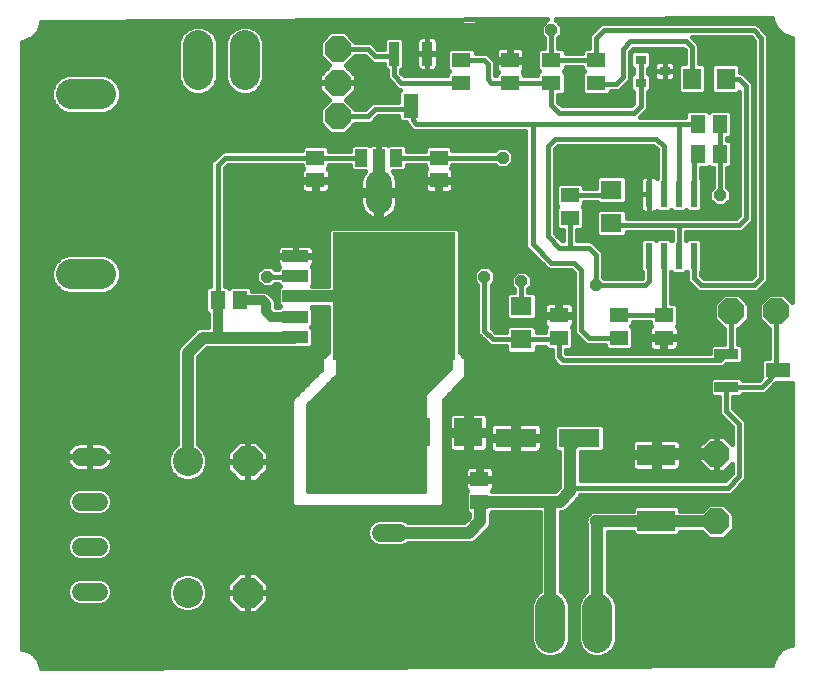
<source format=gtl>
G75*
%MOIN*%
%OFA0B0*%
%FSLAX25Y25*%
%IPPOS*%
%LPD*%
%AMOC8*
5,1,8,0,0,1.08239X$1,22.5*
%
%ADD10R,0.05906X0.05118*%
%ADD11R,0.05118X0.05906*%
%ADD12R,0.13780X0.06299*%
%ADD13R,0.09449X0.09449*%
%ADD14R,0.03937X0.05906*%
%ADD15R,0.03937X0.07874*%
%ADD16C,0.08661*%
%ADD17R,0.03500X0.03100*%
%ADD18R,0.02362X0.08661*%
%ADD19R,0.07098X0.06299*%
%ADD20R,0.06299X0.07098*%
%ADD21R,0.07874X0.03543*%
%ADD22R,0.07874X0.05118*%
%ADD23R,0.12598X0.07087*%
%ADD24R,0.03543X0.07874*%
%ADD25R,0.05118X0.07874*%
%ADD26R,0.06299X0.05118*%
%ADD27C,0.06000*%
%ADD28R,0.05118X0.06299*%
%ADD29R,0.40984X0.42520*%
%ADD30R,0.08500X0.04200*%
%ADD31C,0.09900*%
%ADD32C,0.10000*%
%ADD33C,0.10000*%
%ADD34OC8,0.10000*%
%ADD35OC8,0.08500*%
%ADD36OC8,0.04750*%
%ADD37C,0.04000*%
%ADD38C,0.01600*%
%ADD39C,0.03200*%
%ADD40OC8,0.03962*%
D10*
X0160763Y0063785D03*
X0160763Y0071265D03*
X0147200Y0170960D03*
X0147200Y0178440D03*
X0170950Y0203460D03*
X0170950Y0210940D03*
X0106048Y0178411D03*
X0106048Y0170930D03*
D11*
X0080940Y0130950D03*
X0073460Y0130950D03*
X0233460Y0189700D03*
X0240940Y0189700D03*
D12*
X0194080Y0085025D03*
X0172820Y0085025D03*
D13*
X0156974Y0086875D03*
X0139651Y0086875D03*
D14*
X0133102Y0178424D03*
X0121298Y0178424D03*
D15*
X0127200Y0177424D03*
D16*
X0127200Y0169877D02*
X0127200Y0169877D01*
X0127200Y0163971D01*
X0127200Y0163971D01*
X0127200Y0169877D01*
D17*
X0214450Y0203500D03*
X0214450Y0211100D03*
X0222450Y0207300D03*
D18*
X0222200Y0166186D03*
X0217200Y0166186D03*
X0227200Y0166186D03*
X0232200Y0166186D03*
X0232200Y0145714D03*
X0227200Y0145714D03*
X0222200Y0145714D03*
X0217200Y0145714D03*
D19*
X0204700Y0156602D03*
X0204700Y0167798D03*
X0174700Y0129048D03*
X0174700Y0117852D03*
D20*
X0231602Y0204700D03*
X0242798Y0204700D03*
D21*
X0242978Y0113037D03*
X0242978Y0102013D03*
D22*
X0260300Y0107525D03*
D23*
X0219700Y0079474D03*
X0219700Y0057426D03*
D24*
X0143312Y0213135D03*
X0132289Y0213135D03*
D25*
X0137800Y0195812D03*
D26*
X0154700Y0203460D03*
X0154700Y0210940D03*
X0184700Y0210940D03*
X0184700Y0203460D03*
X0199700Y0203460D03*
X0199700Y0210940D03*
X0190950Y0165940D03*
X0190950Y0158460D03*
X0187200Y0125940D03*
X0187200Y0118460D03*
X0207200Y0118460D03*
X0207200Y0125940D03*
X0222200Y0125940D03*
X0222200Y0118460D03*
D27*
X0133950Y0070950D02*
X0127950Y0070950D01*
X0127950Y0053450D02*
X0133950Y0053450D01*
X0033802Y0048775D02*
X0027802Y0048775D01*
X0027802Y0033775D02*
X0033802Y0033775D01*
X0033802Y0063775D02*
X0027802Y0063775D01*
X0027802Y0078775D02*
X0033802Y0078775D01*
D28*
X0233460Y0179700D03*
X0240940Y0179700D03*
D29*
X0132200Y0132200D03*
D30*
X0099400Y0132200D03*
X0099400Y0125500D03*
X0099400Y0118800D03*
X0099400Y0138900D03*
X0099400Y0145600D03*
D31*
X0082500Y0206000D02*
X0082500Y0215900D01*
X0066900Y0215900D02*
X0066900Y0206000D01*
X0184400Y0028400D02*
X0184400Y0018500D01*
X0200000Y0018500D02*
X0200000Y0028400D01*
D32*
X0034700Y0139700D02*
X0024700Y0139700D01*
X0024700Y0199700D02*
X0034700Y0199700D01*
D33*
X0063450Y0077200D03*
X0063450Y0033450D03*
D34*
X0083450Y0033450D03*
X0083450Y0077200D03*
D35*
X0113450Y0192200D03*
X0113450Y0203450D03*
X0113450Y0214700D03*
X0244700Y0127200D03*
X0259700Y0127200D03*
X0239700Y0079700D03*
X0239700Y0057200D03*
D36*
X0258450Y0080950D03*
X0227200Y0089700D03*
X0213450Y0089700D03*
X0213450Y0103450D03*
X0227200Y0103450D03*
X0233450Y0118450D03*
X0208450Y0145950D03*
X0213450Y0177200D03*
X0222200Y0197200D03*
X0157200Y0160950D03*
X0139700Y0160950D03*
X0127200Y0163450D03*
X0127200Y0170950D03*
X0100950Y0162200D03*
X0092200Y0162200D03*
X0092200Y0153450D03*
X0100950Y0153450D03*
X0097200Y0104700D03*
X0079700Y0104700D03*
X0079700Y0065950D03*
X0087200Y0065950D03*
X0087200Y0058450D03*
X0079700Y0058450D03*
X0079700Y0050950D03*
X0087200Y0050950D03*
X0087200Y0043450D03*
X0079700Y0043450D03*
X0033450Y0097200D03*
X0033450Y0104700D03*
X0025950Y0104700D03*
X0025950Y0097200D03*
X0160950Y0100950D03*
X0160950Y0109700D03*
X0169700Y0109700D03*
X0169700Y0100950D03*
D37*
X0190950Y0081895D02*
X0194080Y0085025D01*
X0193450Y0084395D01*
X0190950Y0081895D02*
X0190950Y0068450D01*
X0190950Y0067200D01*
X0187535Y0063785D01*
X0184400Y0063785D01*
X0184400Y0023450D01*
X0200000Y0023450D02*
X0200000Y0057200D01*
X0199700Y0057200D01*
X0219474Y0057200D01*
X0219700Y0057426D02*
X0219926Y0057200D01*
X0239700Y0057200D01*
X0239700Y0079700D02*
X0219926Y0079700D01*
X0219700Y0079474D01*
X0184400Y0063785D02*
X0160763Y0063785D01*
X0160950Y0063598D01*
X0160950Y0057200D01*
X0157200Y0053450D01*
X0130950Y0053450D01*
X0063450Y0077200D02*
X0063450Y0113450D01*
X0068450Y0118450D01*
X0073450Y0118450D01*
X0099050Y0118450D01*
X0099400Y0118800D01*
X0099400Y0132200D02*
X0132200Y0132200D01*
D38*
X0013606Y0011480D02*
X0014756Y0008703D01*
X0014756Y0008258D01*
X0258394Y0009392D01*
X0258394Y0009953D01*
X0259544Y0012730D01*
X0261670Y0014856D01*
X0264447Y0016006D01*
X0264901Y0016006D01*
X0264901Y0103366D01*
X0264900Y0103366D01*
X0259535Y0103366D01*
X0256148Y0099978D01*
X0255266Y0099613D01*
X0248515Y0099613D01*
X0248515Y0099579D01*
X0247577Y0098641D01*
X0245378Y0098641D01*
X0245378Y0094917D01*
X0248559Y0091735D01*
X0249235Y0091059D01*
X0249600Y0090177D01*
X0249600Y0071723D01*
X0249235Y0070841D01*
X0245485Y0067091D01*
X0244809Y0066415D01*
X0243927Y0066050D01*
X0194370Y0066050D01*
X0194002Y0065161D01*
X0192989Y0064148D01*
X0192989Y0064148D01*
X0190587Y0061745D01*
X0190587Y0061745D01*
X0189574Y0060733D01*
X0188251Y0060185D01*
X0188000Y0060185D01*
X0188000Y0033998D01*
X0188110Y0033953D01*
X0189953Y0032110D01*
X0190950Y0029703D01*
X0190950Y0017197D01*
X0189953Y0014790D01*
X0188110Y0012947D01*
X0185703Y0011950D01*
X0183097Y0011950D01*
X0180690Y0012947D01*
X0178847Y0014790D01*
X0177850Y0017197D01*
X0177850Y0029703D01*
X0178847Y0032110D01*
X0180690Y0033953D01*
X0180800Y0033998D01*
X0180800Y0060185D01*
X0164938Y0060185D01*
X0164550Y0059797D01*
X0164550Y0056484D01*
X0164002Y0055161D01*
X0162989Y0054148D01*
X0159239Y0050398D01*
X0157916Y0049850D01*
X0136855Y0049850D01*
X0136556Y0049550D01*
X0134865Y0048850D01*
X0127035Y0048850D01*
X0125344Y0049550D01*
X0124050Y0050844D01*
X0123350Y0052535D01*
X0123350Y0054365D01*
X0124050Y0056056D01*
X0125344Y0057350D01*
X0127035Y0058050D01*
X0134865Y0058050D01*
X0136556Y0057350D01*
X0136855Y0057050D01*
X0155709Y0057050D01*
X0157350Y0058691D01*
X0157350Y0059626D01*
X0157147Y0059626D01*
X0156210Y0060563D01*
X0156210Y0067006D01*
X0156587Y0067383D01*
X0156370Y0067601D01*
X0156133Y0068011D01*
X0156010Y0068469D01*
X0156010Y0070785D01*
X0160283Y0070785D01*
X0160283Y0071744D01*
X0156010Y0071744D01*
X0156010Y0074061D01*
X0156133Y0074519D01*
X0156370Y0074929D01*
X0156705Y0075264D01*
X0157115Y0075501D01*
X0157573Y0075624D01*
X0160283Y0075624D01*
X0160283Y0071745D01*
X0161243Y0071745D01*
X0161243Y0075624D01*
X0163953Y0075624D01*
X0164411Y0075501D01*
X0164821Y0075264D01*
X0165156Y0074929D01*
X0165393Y0074519D01*
X0165516Y0074061D01*
X0165516Y0071744D01*
X0161243Y0071744D01*
X0161243Y0070785D01*
X0165516Y0070785D01*
X0165516Y0068469D01*
X0165393Y0068011D01*
X0165156Y0067601D01*
X0164940Y0067385D01*
X0186043Y0067385D01*
X0187350Y0068691D01*
X0187350Y0080275D01*
X0186527Y0080275D01*
X0185590Y0081212D01*
X0185590Y0088837D01*
X0186527Y0089774D01*
X0201632Y0089774D01*
X0202570Y0088837D01*
X0202570Y0081212D01*
X0201632Y0080275D01*
X0194550Y0080275D01*
X0194550Y0070850D01*
X0242456Y0070850D01*
X0244800Y0073194D01*
X0244800Y0076244D01*
X0242206Y0073650D01*
X0239900Y0073650D01*
X0239900Y0079500D01*
X0239500Y0079500D01*
X0239500Y0073650D01*
X0237194Y0073650D01*
X0233650Y0077194D01*
X0233650Y0079500D01*
X0239500Y0079500D01*
X0239500Y0079900D01*
X0239500Y0085750D01*
X0237194Y0085750D01*
X0233650Y0082206D01*
X0233650Y0079900D01*
X0239500Y0079900D01*
X0239900Y0079900D01*
X0239900Y0085750D01*
X0242206Y0085750D01*
X0244800Y0083156D01*
X0244800Y0088706D01*
X0240943Y0092563D01*
X0240578Y0093445D01*
X0240578Y0098641D01*
X0238378Y0098641D01*
X0237441Y0099579D01*
X0237441Y0104447D01*
X0238378Y0105385D01*
X0247577Y0105385D01*
X0248515Y0104447D01*
X0248515Y0104413D01*
X0253794Y0104413D01*
X0254763Y0105382D01*
X0254763Y0110747D01*
X0255701Y0111684D01*
X0257300Y0111684D01*
X0257300Y0121350D01*
X0257277Y0121350D01*
X0253850Y0124777D01*
X0253850Y0129623D01*
X0257277Y0133050D01*
X0262123Y0133050D01*
X0264901Y0130272D01*
X0264901Y0218394D01*
X0264447Y0218394D01*
X0261670Y0219544D01*
X0259544Y0221670D01*
X0258394Y0224447D01*
X0258394Y0224852D01*
X0186198Y0224517D01*
X0188281Y0222433D01*
X0188281Y0219467D01*
X0187100Y0218286D01*
X0187100Y0215099D01*
X0188512Y0215099D01*
X0189450Y0214162D01*
X0189450Y0213340D01*
X0194950Y0213340D01*
X0194950Y0214162D01*
X0195888Y0215099D01*
X0197300Y0215099D01*
X0197300Y0218927D01*
X0197665Y0219809D01*
X0200165Y0222309D01*
X0200841Y0222985D01*
X0201723Y0223350D01*
X0252677Y0223350D01*
X0253559Y0222985D01*
X0256059Y0220485D01*
X0256735Y0219809D01*
X0257100Y0218927D01*
X0257100Y0137973D01*
X0256735Y0137091D01*
X0254235Y0134591D01*
X0253559Y0133915D01*
X0252677Y0133550D01*
X0234223Y0133550D01*
X0233341Y0133915D01*
X0230841Y0136415D01*
X0230165Y0137091D01*
X0229800Y0137973D01*
X0229800Y0140339D01*
X0229700Y0140439D01*
X0229044Y0139783D01*
X0225356Y0139783D01*
X0224700Y0140439D01*
X0224600Y0140339D01*
X0224600Y0130099D01*
X0226012Y0130099D01*
X0226950Y0129162D01*
X0226950Y0122718D01*
X0226573Y0122341D01*
X0226790Y0122124D01*
X0227027Y0121714D01*
X0227150Y0121256D01*
X0227150Y0118939D01*
X0222680Y0118939D01*
X0222680Y0117980D01*
X0227150Y0117980D01*
X0227150Y0115664D01*
X0227027Y0115206D01*
X0226790Y0114796D01*
X0226455Y0114460D01*
X0226044Y0114223D01*
X0225587Y0114101D01*
X0222680Y0114101D01*
X0222680Y0117980D01*
X0221720Y0117980D01*
X0217250Y0117980D01*
X0217250Y0115664D01*
X0217373Y0115206D01*
X0217610Y0114796D01*
X0217945Y0114460D01*
X0218356Y0114223D01*
X0218813Y0114101D01*
X0221720Y0114101D01*
X0221720Y0117980D01*
X0221720Y0118939D01*
X0217250Y0118939D01*
X0217250Y0121256D01*
X0217373Y0121714D01*
X0217610Y0122124D01*
X0217827Y0122341D01*
X0217450Y0122718D01*
X0217450Y0123540D01*
X0211950Y0123540D01*
X0211950Y0122718D01*
X0211431Y0122200D01*
X0211950Y0121682D01*
X0211950Y0115238D01*
X0211012Y0114301D01*
X0203388Y0114301D01*
X0202450Y0115238D01*
X0202450Y0116060D01*
X0196713Y0116060D01*
X0195831Y0116425D01*
X0193341Y0118915D01*
X0192665Y0119591D01*
X0192300Y0120473D01*
X0192300Y0139956D01*
X0191206Y0141050D01*
X0184223Y0141050D01*
X0183341Y0141415D01*
X0177091Y0147665D01*
X0154292Y0147665D01*
X0154292Y0149263D02*
X0176050Y0149263D01*
X0176050Y0149223D02*
X0176415Y0148341D01*
X0177091Y0147665D01*
X0176050Y0149223D02*
X0176050Y0187300D01*
X0139223Y0187300D01*
X0138341Y0187665D01*
X0137091Y0188915D01*
X0136415Y0189591D01*
X0136132Y0190275D01*
X0134579Y0190275D01*
X0133641Y0191212D01*
X0133641Y0192300D01*
X0126944Y0192300D01*
X0124809Y0190165D01*
X0123927Y0189800D01*
X0119300Y0189800D01*
X0119300Y0189777D01*
X0115873Y0186350D01*
X0111027Y0186350D01*
X0107600Y0189777D01*
X0107600Y0194623D01*
X0110660Y0197684D01*
X0107400Y0200944D01*
X0107400Y0203250D01*
X0113250Y0203250D01*
X0113250Y0203650D01*
X0107400Y0203650D01*
X0107400Y0205956D01*
X0110660Y0209216D01*
X0107600Y0212277D01*
X0107600Y0217123D01*
X0111027Y0220550D01*
X0115873Y0220550D01*
X0119300Y0217123D01*
X0119300Y0217100D01*
X0123927Y0217100D01*
X0124809Y0216735D01*
X0126944Y0214600D01*
X0128917Y0214600D01*
X0128917Y0217735D01*
X0129854Y0218672D01*
X0134723Y0218672D01*
X0135660Y0217735D01*
X0135660Y0208535D01*
X0134723Y0207598D01*
X0134600Y0207598D01*
X0134600Y0206944D01*
X0135684Y0205860D01*
X0149950Y0205860D01*
X0149950Y0206682D01*
X0150469Y0207200D01*
X0149950Y0207718D01*
X0149950Y0214162D01*
X0150888Y0215099D01*
X0158512Y0215099D01*
X0159450Y0214162D01*
X0159450Y0213350D01*
X0162677Y0213350D01*
X0163559Y0212985D01*
X0164235Y0212309D01*
X0165485Y0211059D01*
X0165850Y0210177D01*
X0165850Y0205860D01*
X0166397Y0205860D01*
X0166397Y0206682D01*
X0166774Y0207059D01*
X0166557Y0207276D01*
X0166320Y0207686D01*
X0166197Y0208144D01*
X0166197Y0210461D01*
X0170470Y0210461D01*
X0170470Y0211420D01*
X0166197Y0211420D01*
X0166197Y0213736D01*
X0166320Y0214194D01*
X0166557Y0214604D01*
X0166892Y0214940D01*
X0167302Y0215177D01*
X0167760Y0215299D01*
X0170470Y0215299D01*
X0170470Y0211420D01*
X0171430Y0211420D01*
X0175703Y0211420D01*
X0175703Y0213736D01*
X0175580Y0214194D01*
X0175343Y0214604D01*
X0175008Y0214940D01*
X0174598Y0215177D01*
X0174140Y0215299D01*
X0171430Y0215299D01*
X0171430Y0211420D01*
X0171430Y0210461D01*
X0175703Y0210461D01*
X0175703Y0208144D01*
X0175580Y0207686D01*
X0175343Y0207276D01*
X0175126Y0207059D01*
X0175503Y0206682D01*
X0175503Y0205860D01*
X0179950Y0205860D01*
X0179950Y0206682D01*
X0180469Y0207200D01*
X0179950Y0207718D01*
X0179950Y0214162D01*
X0180888Y0215099D01*
X0182300Y0215099D01*
X0182300Y0218286D01*
X0181119Y0219467D01*
X0181119Y0222433D01*
X0183188Y0224503D01*
X0014756Y0223719D01*
X0014756Y0223197D01*
X0013606Y0220420D01*
X0011480Y0218294D01*
X0008703Y0217144D01*
X0008200Y0217144D01*
X0008200Y0014756D01*
X0008703Y0014756D01*
X0011480Y0013606D01*
X0013606Y0011480D01*
X0013295Y0011791D02*
X0259155Y0011791D01*
X0258493Y0010193D02*
X0014139Y0010193D01*
X0014756Y0008594D02*
X0086895Y0008594D01*
X0086267Y0026650D02*
X0083650Y0026650D01*
X0083650Y0033250D01*
X0083650Y0033650D01*
X0090250Y0033650D01*
X0090250Y0036267D01*
X0086267Y0040250D01*
X0083650Y0040250D01*
X0083650Y0033650D01*
X0083250Y0033650D01*
X0083250Y0040250D01*
X0080633Y0040250D01*
X0076650Y0036267D01*
X0076650Y0033650D01*
X0083250Y0033650D01*
X0083250Y0033250D01*
X0083650Y0033250D01*
X0090250Y0033250D01*
X0090250Y0030633D01*
X0086267Y0026650D01*
X0087393Y0027776D02*
X0177850Y0027776D01*
X0177850Y0026178D02*
X0008200Y0026178D01*
X0008200Y0027776D02*
X0059901Y0027776D01*
X0059711Y0027855D02*
X0062137Y0026850D01*
X0064763Y0026850D01*
X0067189Y0027855D01*
X0069045Y0029711D01*
X0070050Y0032137D01*
X0070050Y0034763D01*
X0069045Y0037189D01*
X0067189Y0039045D01*
X0064763Y0040050D01*
X0062137Y0040050D01*
X0059711Y0039045D01*
X0057855Y0037189D01*
X0056850Y0034763D01*
X0056850Y0032137D01*
X0057855Y0029711D01*
X0059711Y0027855D01*
X0058191Y0029375D02*
X0035200Y0029375D01*
X0034717Y0029175D02*
X0036408Y0029875D01*
X0037702Y0031169D01*
X0038402Y0032860D01*
X0038402Y0034690D01*
X0037702Y0036380D01*
X0036408Y0037674D01*
X0034717Y0038375D01*
X0026887Y0038375D01*
X0025197Y0037674D01*
X0023903Y0036380D01*
X0023202Y0034690D01*
X0023202Y0032860D01*
X0023903Y0031169D01*
X0025197Y0029875D01*
X0026887Y0029175D01*
X0034717Y0029175D01*
X0037506Y0030973D02*
X0057332Y0030973D01*
X0056850Y0032572D02*
X0038283Y0032572D01*
X0038402Y0034170D02*
X0056850Y0034170D01*
X0057267Y0035769D02*
X0037955Y0035769D01*
X0036715Y0037367D02*
X0058033Y0037367D01*
X0059632Y0038966D02*
X0008200Y0038966D01*
X0008200Y0040564D02*
X0180800Y0040564D01*
X0180800Y0038966D02*
X0087551Y0038966D01*
X0089149Y0037367D02*
X0180800Y0037367D01*
X0180800Y0035769D02*
X0090250Y0035769D01*
X0090250Y0034170D02*
X0180800Y0034170D01*
X0179309Y0032572D02*
X0090250Y0032572D01*
X0090250Y0030973D02*
X0178376Y0030973D01*
X0177850Y0029375D02*
X0088991Y0029375D01*
X0083650Y0029375D02*
X0083250Y0029375D01*
X0083250Y0030973D02*
X0083650Y0030973D01*
X0083650Y0032572D02*
X0083250Y0032572D01*
X0083250Y0033250D02*
X0083250Y0026650D01*
X0080633Y0026650D01*
X0076650Y0030633D01*
X0076650Y0033250D01*
X0083250Y0033250D01*
X0083250Y0034170D02*
X0083650Y0034170D01*
X0083650Y0035769D02*
X0083250Y0035769D01*
X0083250Y0037367D02*
X0083650Y0037367D01*
X0083650Y0038966D02*
X0083250Y0038966D01*
X0079349Y0038966D02*
X0067268Y0038966D01*
X0068867Y0037367D02*
X0077751Y0037367D01*
X0076650Y0035769D02*
X0069633Y0035769D01*
X0070050Y0034170D02*
X0076650Y0034170D01*
X0076650Y0032572D02*
X0070050Y0032572D01*
X0069568Y0030973D02*
X0076650Y0030973D01*
X0077909Y0029375D02*
X0068709Y0029375D01*
X0066999Y0027776D02*
X0079507Y0027776D01*
X0083250Y0027776D02*
X0083650Y0027776D01*
X0099037Y0061850D02*
X0098100Y0062787D01*
X0098100Y0097863D01*
X0108100Y0107863D01*
X0108100Y0111613D01*
X0110108Y0113621D01*
X0110108Y0128600D01*
X0104913Y0128600D01*
X0105250Y0128263D01*
X0105250Y0122737D01*
X0104663Y0122150D01*
X0105250Y0121563D01*
X0105250Y0116037D01*
X0104313Y0115100D01*
X0100370Y0115100D01*
X0099766Y0114850D01*
X0069941Y0114850D01*
X0067050Y0111959D01*
X0067050Y0082853D01*
X0067189Y0082795D01*
X0069045Y0080939D01*
X0070050Y0078513D01*
X0070050Y0075887D01*
X0069045Y0073461D01*
X0067189Y0071605D01*
X0064763Y0070600D01*
X0062137Y0070600D01*
X0059711Y0071605D01*
X0057855Y0073461D01*
X0056850Y0075887D01*
X0056850Y0078513D01*
X0057855Y0080939D01*
X0059711Y0082795D01*
X0059850Y0082853D01*
X0059850Y0114166D01*
X0060398Y0115489D01*
X0065398Y0120489D01*
X0066411Y0121502D01*
X0067734Y0122050D01*
X0070250Y0122050D01*
X0070250Y0126397D01*
X0070238Y0126397D01*
X0069301Y0127334D01*
X0069301Y0134565D01*
X0070238Y0135503D01*
X0071060Y0135503D01*
X0071060Y0176437D01*
X0071425Y0177319D01*
X0073915Y0179809D01*
X0074591Y0180485D01*
X0075473Y0180850D01*
X0101496Y0180850D01*
X0101496Y0181632D01*
X0102433Y0182570D01*
X0109664Y0182570D01*
X0110601Y0181632D01*
X0110601Y0180811D01*
X0117730Y0180811D01*
X0117730Y0182040D01*
X0118667Y0182977D01*
X0123930Y0182977D01*
X0124116Y0182791D01*
X0124126Y0182802D01*
X0124537Y0183039D01*
X0124995Y0183161D01*
X0127016Y0183161D01*
X0127016Y0177609D01*
X0127384Y0177609D01*
X0127384Y0183161D01*
X0129405Y0183161D01*
X0129863Y0183039D01*
X0130274Y0182802D01*
X0130284Y0182791D01*
X0130470Y0182977D01*
X0135733Y0182977D01*
X0136670Y0182040D01*
X0136670Y0180824D01*
X0142647Y0180824D01*
X0142647Y0181662D01*
X0143584Y0182599D01*
X0150815Y0182599D01*
X0151753Y0181662D01*
X0151753Y0180840D01*
X0165776Y0180840D01*
X0166967Y0182031D01*
X0169933Y0182031D01*
X0172031Y0179933D01*
X0172031Y0176967D01*
X0169933Y0174869D01*
X0166967Y0174869D01*
X0165795Y0176040D01*
X0151753Y0176040D01*
X0151753Y0175218D01*
X0151376Y0174841D01*
X0151593Y0174624D01*
X0151830Y0174214D01*
X0151953Y0173756D01*
X0151953Y0171439D01*
X0147680Y0171439D01*
X0147680Y0170480D01*
X0151953Y0170480D01*
X0151953Y0168164D01*
X0151830Y0167706D01*
X0151593Y0167296D01*
X0151258Y0166960D01*
X0150848Y0166723D01*
X0150390Y0166601D01*
X0147680Y0166601D01*
X0147680Y0170480D01*
X0146720Y0170480D01*
X0142447Y0170480D01*
X0142447Y0168164D01*
X0142570Y0167706D01*
X0142807Y0167296D01*
X0143142Y0166960D01*
X0143552Y0166723D01*
X0144010Y0166601D01*
X0146720Y0166601D01*
X0146720Y0170480D01*
X0146720Y0171439D01*
X0142447Y0171439D01*
X0142447Y0173756D01*
X0142570Y0174214D01*
X0142807Y0174624D01*
X0143024Y0174841D01*
X0142647Y0175218D01*
X0142647Y0176024D01*
X0136670Y0176024D01*
X0136670Y0174809D01*
X0135733Y0173872D01*
X0131876Y0173872D01*
X0131876Y0173871D01*
X0132443Y0173090D01*
X0132882Y0172231D01*
X0133180Y0171313D01*
X0133331Y0170360D01*
X0133331Y0167724D01*
X0128000Y0167724D01*
X0128000Y0166124D01*
X0128000Y0157891D01*
X0128636Y0157992D01*
X0129553Y0158290D01*
X0130413Y0158728D01*
X0131194Y0159295D01*
X0131876Y0159978D01*
X0132443Y0160758D01*
X0132882Y0161618D01*
X0133180Y0162536D01*
X0133331Y0163489D01*
X0133331Y0166124D01*
X0128000Y0166124D01*
X0126400Y0166124D01*
X0126400Y0157891D01*
X0125764Y0157992D01*
X0124847Y0158290D01*
X0123987Y0158728D01*
X0123206Y0159295D01*
X0122524Y0159978D01*
X0121957Y0160758D01*
X0121518Y0161618D01*
X0121220Y0162536D01*
X0121069Y0163489D01*
X0121069Y0166124D01*
X0126400Y0166124D01*
X0126400Y0167724D01*
X0121069Y0167724D01*
X0121069Y0170360D01*
X0121220Y0171313D01*
X0121518Y0172231D01*
X0121957Y0173090D01*
X0122524Y0173871D01*
X0122524Y0173872D01*
X0118667Y0173872D01*
X0117730Y0174809D01*
X0117730Y0176011D01*
X0110601Y0176011D01*
X0110601Y0175189D01*
X0110224Y0174812D01*
X0110442Y0174595D01*
X0110679Y0174184D01*
X0110801Y0173726D01*
X0110801Y0171410D01*
X0106528Y0171410D01*
X0106528Y0170451D01*
X0110801Y0170451D01*
X0110801Y0168134D01*
X0110679Y0167676D01*
X0110442Y0167266D01*
X0110106Y0166931D01*
X0109696Y0166694D01*
X0109238Y0166571D01*
X0106528Y0166571D01*
X0106528Y0170451D01*
X0105569Y0170451D01*
X0101296Y0170451D01*
X0101296Y0168134D01*
X0101418Y0167676D01*
X0101655Y0167266D01*
X0101990Y0166931D01*
X0102401Y0166694D01*
X0102859Y0166571D01*
X0105569Y0166571D01*
X0105569Y0170451D01*
X0105569Y0171410D01*
X0101296Y0171410D01*
X0101296Y0173726D01*
X0101418Y0174184D01*
X0101655Y0174595D01*
X0101873Y0174812D01*
X0101496Y0175189D01*
X0101496Y0176050D01*
X0076944Y0176050D01*
X0075860Y0174966D01*
X0075860Y0135503D01*
X0076682Y0135503D01*
X0077200Y0134984D01*
X0077718Y0135503D01*
X0084162Y0135503D01*
X0085099Y0134565D01*
X0085099Y0134150D01*
X0089087Y0134150D01*
X0090263Y0133663D01*
X0091163Y0132763D01*
X0092413Y0131513D01*
X0092900Y0130337D01*
X0092900Y0128700D01*
X0093987Y0128700D01*
X0094137Y0128850D01*
X0093550Y0129437D01*
X0093550Y0134963D01*
X0094137Y0135550D01*
X0093550Y0136137D01*
X0093550Y0136414D01*
X0092660Y0136414D01*
X0091479Y0135233D01*
X0088512Y0135233D01*
X0086414Y0137331D01*
X0086414Y0140298D01*
X0088512Y0142395D01*
X0091479Y0142395D01*
X0092660Y0141214D01*
X0093550Y0141214D01*
X0093550Y0141663D01*
X0093996Y0142109D01*
X0093710Y0142395D01*
X0093473Y0142805D01*
X0093350Y0143263D01*
X0093350Y0145350D01*
X0099150Y0145350D01*
X0099150Y0145850D01*
X0099150Y0149500D01*
X0094913Y0149500D01*
X0094455Y0149377D01*
X0094045Y0149140D01*
X0093710Y0148805D01*
X0093473Y0148395D01*
X0093350Y0147937D01*
X0093350Y0145850D01*
X0099150Y0145850D01*
X0099650Y0145850D01*
X0099650Y0149500D01*
X0103887Y0149500D01*
X0104345Y0149377D01*
X0104755Y0149140D01*
X0105090Y0148805D01*
X0105327Y0148395D01*
X0105450Y0147937D01*
X0105450Y0145850D01*
X0099650Y0145850D01*
X0099650Y0145350D01*
X0105450Y0145350D01*
X0105450Y0143263D01*
X0105327Y0142805D01*
X0105090Y0142395D01*
X0104804Y0142109D01*
X0105250Y0141663D01*
X0105250Y0136137D01*
X0104913Y0135800D01*
X0110108Y0135800D01*
X0110108Y0154123D01*
X0111045Y0155060D01*
X0153355Y0155060D01*
X0154292Y0154123D01*
X0154292Y0113621D01*
X0155363Y0112550D01*
X0156300Y0111613D01*
X0156300Y0105287D01*
X0148800Y0097787D01*
X0148800Y0062787D01*
X0147863Y0061850D01*
X0099037Y0061850D01*
X0098100Y0062943D02*
X0038402Y0062943D01*
X0038402Y0062860D02*
X0038402Y0064690D01*
X0037702Y0066380D01*
X0036408Y0067674D01*
X0034717Y0068375D01*
X0026887Y0068375D01*
X0025197Y0067674D01*
X0023903Y0066380D01*
X0023202Y0064690D01*
X0023202Y0062860D01*
X0023903Y0061169D01*
X0025197Y0059875D01*
X0026887Y0059175D01*
X0034717Y0059175D01*
X0036408Y0059875D01*
X0037702Y0061169D01*
X0038402Y0062860D01*
X0037775Y0061345D02*
X0156210Y0061345D01*
X0156210Y0062943D02*
X0148800Y0062943D01*
X0148800Y0064542D02*
X0156210Y0064542D01*
X0156210Y0066140D02*
X0148800Y0066140D01*
X0148800Y0067739D02*
X0156290Y0067739D01*
X0156010Y0069337D02*
X0148800Y0069337D01*
X0148800Y0070936D02*
X0160283Y0070936D01*
X0161243Y0070936D02*
X0187350Y0070936D01*
X0187350Y0072534D02*
X0165516Y0072534D01*
X0165496Y0074133D02*
X0187350Y0074133D01*
X0187350Y0075732D02*
X0148800Y0075732D01*
X0148800Y0077330D02*
X0187350Y0077330D01*
X0187350Y0078929D02*
X0148800Y0078929D01*
X0148800Y0080527D02*
X0151462Y0080527D01*
X0151554Y0080473D02*
X0152012Y0080351D01*
X0156174Y0080351D01*
X0156174Y0086075D01*
X0157774Y0086075D01*
X0157774Y0087675D01*
X0163498Y0087675D01*
X0163498Y0091837D01*
X0163375Y0092294D01*
X0163138Y0092705D01*
X0162803Y0093040D01*
X0162393Y0093277D01*
X0161935Y0093400D01*
X0157774Y0093400D01*
X0157774Y0087675D01*
X0156174Y0087675D01*
X0156174Y0093400D01*
X0152012Y0093400D01*
X0151554Y0093277D01*
X0151144Y0093040D01*
X0150809Y0092705D01*
X0150572Y0092294D01*
X0150449Y0091837D01*
X0150449Y0087675D01*
X0156174Y0087675D01*
X0156174Y0086075D01*
X0150449Y0086075D01*
X0150449Y0081914D01*
X0150572Y0081456D01*
X0150809Y0081046D01*
X0151144Y0080710D01*
X0151554Y0080473D01*
X0150449Y0082126D02*
X0148800Y0082126D01*
X0148800Y0083724D02*
X0150449Y0083724D01*
X0150449Y0085323D02*
X0148800Y0085323D01*
X0148800Y0086921D02*
X0156174Y0086921D01*
X0156174Y0085323D02*
X0157774Y0085323D01*
X0157774Y0086075D02*
X0157774Y0080351D01*
X0161935Y0080351D01*
X0162393Y0080473D01*
X0162803Y0080710D01*
X0163138Y0081046D01*
X0163375Y0081456D01*
X0163498Y0081914D01*
X0163498Y0086075D01*
X0157774Y0086075D01*
X0157774Y0086921D02*
X0164130Y0086921D01*
X0164130Y0085800D02*
X0164130Y0088411D01*
X0164253Y0088869D01*
X0164490Y0089280D01*
X0164825Y0089615D01*
X0165236Y0089852D01*
X0165693Y0089974D01*
X0172045Y0089974D01*
X0172045Y0085800D01*
X0173595Y0085800D01*
X0173595Y0089974D01*
X0179947Y0089974D01*
X0180405Y0089852D01*
X0180815Y0089615D01*
X0181150Y0089280D01*
X0181387Y0088869D01*
X0181510Y0088411D01*
X0181510Y0085800D01*
X0173595Y0085800D01*
X0173595Y0084250D01*
X0181510Y0084250D01*
X0181510Y0081638D01*
X0181387Y0081180D01*
X0181150Y0080770D01*
X0180815Y0080435D01*
X0180405Y0080198D01*
X0179947Y0080075D01*
X0173595Y0080075D01*
X0173595Y0084250D01*
X0172045Y0084250D01*
X0164130Y0084250D01*
X0164130Y0081638D01*
X0164253Y0081180D01*
X0164490Y0080770D01*
X0164825Y0080435D01*
X0165236Y0080198D01*
X0165693Y0080075D01*
X0172045Y0080075D01*
X0172045Y0084250D01*
X0172045Y0085800D01*
X0164130Y0085800D01*
X0163498Y0085323D02*
X0172045Y0085323D01*
X0173595Y0085323D02*
X0185590Y0085323D01*
X0185590Y0086921D02*
X0181510Y0086921D01*
X0181481Y0088520D02*
X0185590Y0088520D01*
X0185590Y0083724D02*
X0181510Y0083724D01*
X0181510Y0082126D02*
X0185590Y0082126D01*
X0186276Y0080527D02*
X0180907Y0080527D01*
X0173595Y0080527D02*
X0172045Y0080527D01*
X0172045Y0082126D02*
X0173595Y0082126D01*
X0173595Y0083724D02*
X0172045Y0083724D01*
X0172045Y0086921D02*
X0173595Y0086921D01*
X0173595Y0088520D02*
X0172045Y0088520D01*
X0164159Y0088520D02*
X0163498Y0088520D01*
X0163498Y0090118D02*
X0243388Y0090118D01*
X0244800Y0088520D02*
X0202570Y0088520D01*
X0202570Y0086921D02*
X0244800Y0086921D01*
X0244800Y0085323D02*
X0242633Y0085323D01*
X0244232Y0083724D02*
X0244800Y0083724D01*
X0249600Y0083724D02*
X0264901Y0083724D01*
X0264901Y0082126D02*
X0249600Y0082126D01*
X0249600Y0080527D02*
X0264901Y0080527D01*
X0264901Y0078929D02*
X0249600Y0078929D01*
X0249600Y0077330D02*
X0264901Y0077330D01*
X0264901Y0075732D02*
X0249600Y0075732D01*
X0249600Y0074133D02*
X0264901Y0074133D01*
X0264901Y0072534D02*
X0249600Y0072534D01*
X0249274Y0070936D02*
X0264901Y0070936D01*
X0264901Y0069337D02*
X0247732Y0069337D01*
X0246133Y0067739D02*
X0264901Y0067739D01*
X0264901Y0066140D02*
X0244146Y0066140D01*
X0243450Y0068450D02*
X0190950Y0068450D01*
X0187350Y0069337D02*
X0165516Y0069337D01*
X0165236Y0067739D02*
X0186398Y0067739D01*
X0191785Y0062943D02*
X0237170Y0062943D01*
X0237277Y0063050D02*
X0235027Y0060800D01*
X0227599Y0060800D01*
X0227599Y0061632D01*
X0226662Y0062570D01*
X0212738Y0062570D01*
X0211801Y0061632D01*
X0211801Y0060800D01*
X0198984Y0060800D01*
X0198938Y0060781D01*
X0198217Y0060781D01*
X0197706Y0060271D01*
X0197661Y0060252D01*
X0196648Y0059239D01*
X0196629Y0059194D01*
X0196119Y0058683D01*
X0196119Y0057962D01*
X0196100Y0057916D01*
X0196100Y0056484D01*
X0196119Y0056438D01*
X0196119Y0055717D01*
X0196400Y0055436D01*
X0196400Y0033998D01*
X0196290Y0033953D01*
X0194447Y0032110D01*
X0193450Y0029703D01*
X0193450Y0017197D01*
X0194447Y0014790D01*
X0196290Y0012947D01*
X0198697Y0011950D01*
X0201303Y0011950D01*
X0203710Y0012947D01*
X0205553Y0014790D01*
X0206550Y0017197D01*
X0206550Y0029703D01*
X0205553Y0032110D01*
X0203710Y0033953D01*
X0203600Y0033998D01*
X0203600Y0053600D01*
X0211801Y0053600D01*
X0211801Y0053220D01*
X0212738Y0052283D01*
X0226662Y0052283D01*
X0227599Y0053220D01*
X0227599Y0053600D01*
X0235027Y0053600D01*
X0237277Y0051350D01*
X0242123Y0051350D01*
X0245550Y0054777D01*
X0245550Y0059623D01*
X0242123Y0063050D01*
X0237277Y0063050D01*
X0235572Y0061345D02*
X0227599Y0061345D01*
X0219700Y0057426D02*
X0219474Y0057200D01*
X0211801Y0053352D02*
X0203600Y0053352D01*
X0203600Y0051754D02*
X0236873Y0051754D01*
X0235274Y0053352D02*
X0227599Y0053352D01*
X0242527Y0051754D02*
X0264901Y0051754D01*
X0264901Y0053352D02*
X0244126Y0053352D01*
X0245550Y0054951D02*
X0264901Y0054951D01*
X0264901Y0056549D02*
X0245550Y0056549D01*
X0245550Y0058148D02*
X0264901Y0058148D01*
X0264901Y0059746D02*
X0245427Y0059746D01*
X0243828Y0061345D02*
X0264901Y0061345D01*
X0264901Y0062943D02*
X0242230Y0062943D01*
X0243450Y0068450D02*
X0247200Y0072200D01*
X0247200Y0089700D01*
X0242978Y0093922D01*
X0242978Y0102013D01*
X0254789Y0102013D01*
X0260300Y0107525D01*
X0259700Y0108125D01*
X0259700Y0127200D01*
X0255906Y0131679D02*
X0248494Y0131679D01*
X0247123Y0133050D02*
X0242277Y0133050D01*
X0238850Y0129623D01*
X0238850Y0124777D01*
X0242277Y0121350D01*
X0242300Y0121350D01*
X0242300Y0116408D01*
X0238378Y0116408D01*
X0237441Y0115471D01*
X0237441Y0113350D01*
X0189600Y0113350D01*
X0189600Y0114301D01*
X0191012Y0114301D01*
X0191950Y0115238D01*
X0191950Y0121682D01*
X0191573Y0122059D01*
X0191790Y0122276D01*
X0192027Y0122686D01*
X0192150Y0123144D01*
X0192150Y0125461D01*
X0187680Y0125461D01*
X0187680Y0126420D01*
X0192150Y0126420D01*
X0192150Y0128736D01*
X0192027Y0129194D01*
X0191790Y0129604D01*
X0191455Y0129940D01*
X0191044Y0130177D01*
X0190587Y0130299D01*
X0187680Y0130299D01*
X0187680Y0126420D01*
X0186720Y0126420D01*
X0186720Y0125461D01*
X0182250Y0125461D01*
X0182250Y0123144D01*
X0182373Y0122686D01*
X0182610Y0122276D01*
X0182827Y0122059D01*
X0182450Y0121682D01*
X0182450Y0120252D01*
X0179849Y0120252D01*
X0179849Y0121664D01*
X0178912Y0122601D01*
X0170488Y0122601D01*
X0169551Y0121664D01*
X0169551Y0120348D01*
X0166186Y0120348D01*
X0164836Y0121698D01*
X0164836Y0136150D01*
X0166017Y0137331D01*
X0166017Y0140298D01*
X0163920Y0142395D01*
X0160953Y0142395D01*
X0158855Y0140298D01*
X0158855Y0137331D01*
X0160036Y0136150D01*
X0160036Y0120227D01*
X0160402Y0119344D01*
X0163158Y0116589D01*
X0163833Y0115913D01*
X0164715Y0115548D01*
X0169551Y0115548D01*
X0169551Y0114039D01*
X0170488Y0113102D01*
X0178912Y0113102D01*
X0179849Y0114039D01*
X0179849Y0115452D01*
X0182450Y0115452D01*
X0182450Y0115238D01*
X0183388Y0114301D01*
X0184800Y0114301D01*
X0184800Y0111723D01*
X0185165Y0110841D01*
X0186415Y0109591D01*
X0187091Y0108915D01*
X0187973Y0108550D01*
X0241368Y0108550D01*
X0242250Y0108915D01*
X0243000Y0109665D01*
X0247577Y0109665D01*
X0248515Y0110602D01*
X0248515Y0115471D01*
X0247577Y0116408D01*
X0247100Y0116408D01*
X0247100Y0121350D01*
X0247123Y0121350D01*
X0250550Y0124777D01*
X0250550Y0129623D01*
X0247123Y0133050D01*
X0250092Y0130081D02*
X0254308Y0130081D01*
X0253850Y0128482D02*
X0250550Y0128482D01*
X0250550Y0126884D02*
X0253850Y0126884D01*
X0253850Y0125285D02*
X0250550Y0125285D01*
X0249460Y0123687D02*
X0254940Y0123687D01*
X0256538Y0122088D02*
X0247861Y0122088D01*
X0247100Y0120490D02*
X0257300Y0120490D01*
X0257300Y0118891D02*
X0247100Y0118891D01*
X0247100Y0117293D02*
X0257300Y0117293D01*
X0257300Y0115694D02*
X0248291Y0115694D01*
X0248515Y0114096D02*
X0257300Y0114096D01*
X0257300Y0112497D02*
X0248515Y0112497D01*
X0248515Y0110899D02*
X0254916Y0110899D01*
X0254763Y0109300D02*
X0242635Y0109300D01*
X0240891Y0110950D02*
X0242978Y0113037D01*
X0244700Y0114759D01*
X0244700Y0127200D01*
X0238850Y0126884D02*
X0226950Y0126884D01*
X0226950Y0128482D02*
X0238850Y0128482D01*
X0239308Y0130081D02*
X0226031Y0130081D01*
X0224600Y0131679D02*
X0240906Y0131679D01*
X0238850Y0125285D02*
X0226950Y0125285D01*
X0226950Y0123687D02*
X0239940Y0123687D01*
X0241538Y0122088D02*
X0226811Y0122088D01*
X0227150Y0120490D02*
X0242300Y0120490D01*
X0242300Y0118891D02*
X0222680Y0118891D01*
X0221720Y0118891D02*
X0211950Y0118891D01*
X0211950Y0117293D02*
X0217250Y0117293D01*
X0217250Y0115694D02*
X0211950Y0115694D01*
X0211950Y0120490D02*
X0217250Y0120490D01*
X0217589Y0122088D02*
X0211543Y0122088D01*
X0207200Y0118460D02*
X0197190Y0118460D01*
X0194700Y0120950D01*
X0194700Y0140950D01*
X0192200Y0143450D01*
X0184700Y0143450D01*
X0178450Y0149700D01*
X0178450Y0189700D01*
X0139700Y0189700D01*
X0138450Y0190950D01*
X0138450Y0195163D01*
X0137800Y0195812D01*
X0136688Y0194700D01*
X0125950Y0194700D01*
X0123450Y0192200D01*
X0113450Y0192200D01*
X0107600Y0192423D02*
X0008200Y0192423D01*
X0008200Y0194021D02*
X0021163Y0194021D01*
X0020961Y0194105D02*
X0023387Y0193100D01*
X0036013Y0193100D01*
X0038439Y0194105D01*
X0040295Y0195961D01*
X0041300Y0198387D01*
X0041300Y0201013D01*
X0040295Y0203439D01*
X0038439Y0205295D01*
X0036013Y0206300D01*
X0023387Y0206300D01*
X0020961Y0205295D01*
X0019105Y0203439D01*
X0018100Y0201013D01*
X0018100Y0198387D01*
X0019105Y0195961D01*
X0020961Y0194105D01*
X0019446Y0195620D02*
X0008200Y0195620D01*
X0008200Y0197218D02*
X0018584Y0197218D01*
X0018100Y0198817D02*
X0008200Y0198817D01*
X0008200Y0200415D02*
X0018100Y0200415D01*
X0018515Y0202014D02*
X0008200Y0202014D01*
X0008200Y0203612D02*
X0019279Y0203612D01*
X0020877Y0205211D02*
X0008200Y0205211D01*
X0008200Y0206809D02*
X0060350Y0206809D01*
X0060350Y0205211D02*
X0038523Y0205211D01*
X0040121Y0203612D02*
X0060799Y0203612D01*
X0060350Y0204697D02*
X0061347Y0202290D01*
X0063190Y0200447D01*
X0065597Y0199450D01*
X0068203Y0199450D01*
X0070610Y0200447D01*
X0072453Y0202290D01*
X0073450Y0204697D01*
X0073450Y0217203D01*
X0072453Y0219610D01*
X0070610Y0221453D01*
X0068203Y0222450D01*
X0065597Y0222450D01*
X0063190Y0221453D01*
X0061347Y0219610D01*
X0060350Y0217203D01*
X0060350Y0204697D01*
X0061623Y0202014D02*
X0040885Y0202014D01*
X0041300Y0200415D02*
X0063266Y0200415D01*
X0070534Y0200415D02*
X0078866Y0200415D01*
X0078790Y0200447D02*
X0081197Y0199450D01*
X0083803Y0199450D01*
X0086210Y0200447D01*
X0088053Y0202290D01*
X0089050Y0204697D01*
X0089050Y0217203D01*
X0088053Y0219610D01*
X0086210Y0221453D01*
X0083803Y0222450D01*
X0081197Y0222450D01*
X0078790Y0221453D01*
X0076947Y0219610D01*
X0075950Y0217203D01*
X0075950Y0204697D01*
X0076947Y0202290D01*
X0078790Y0200447D01*
X0077223Y0202014D02*
X0072177Y0202014D01*
X0073001Y0203612D02*
X0076399Y0203612D01*
X0075950Y0205211D02*
X0073450Y0205211D01*
X0073450Y0206809D02*
X0075950Y0206809D01*
X0075950Y0208408D02*
X0073450Y0208408D01*
X0073450Y0210006D02*
X0075950Y0210006D01*
X0075950Y0211605D02*
X0073450Y0211605D01*
X0073450Y0213203D02*
X0075950Y0213203D01*
X0075950Y0214802D02*
X0073450Y0214802D01*
X0073450Y0216401D02*
X0075950Y0216401D01*
X0076280Y0217999D02*
X0073120Y0217999D01*
X0072458Y0219598D02*
X0076942Y0219598D01*
X0078533Y0221196D02*
X0070867Y0221196D01*
X0062933Y0221196D02*
X0013927Y0221196D01*
X0014589Y0222795D02*
X0181480Y0222795D01*
X0181119Y0221196D02*
X0086467Y0221196D01*
X0088058Y0219598D02*
X0110074Y0219598D01*
X0108476Y0217999D02*
X0088720Y0217999D01*
X0089050Y0216401D02*
X0107600Y0216401D01*
X0107600Y0214802D02*
X0089050Y0214802D01*
X0089050Y0213203D02*
X0107600Y0213203D01*
X0108272Y0211605D02*
X0089050Y0211605D01*
X0089050Y0210006D02*
X0109870Y0210006D01*
X0109852Y0208408D02*
X0089050Y0208408D01*
X0089050Y0206809D02*
X0108253Y0206809D01*
X0107400Y0205211D02*
X0089050Y0205211D01*
X0088601Y0203612D02*
X0113250Y0203612D01*
X0113650Y0203612D02*
X0131143Y0203612D01*
X0130841Y0203915D02*
X0133331Y0201425D01*
X0134213Y0201060D01*
X0134289Y0201060D01*
X0133641Y0200412D01*
X0133641Y0197100D01*
X0125473Y0197100D01*
X0124591Y0196735D01*
X0123915Y0196059D01*
X0122456Y0194600D01*
X0119300Y0194600D01*
X0119300Y0194623D01*
X0116240Y0197684D01*
X0119500Y0200944D01*
X0119500Y0203250D01*
X0113650Y0203250D01*
X0113650Y0203650D01*
X0119500Y0203650D01*
X0119500Y0205956D01*
X0116240Y0209216D01*
X0119300Y0212277D01*
X0119300Y0212300D01*
X0122456Y0212300D01*
X0123915Y0210841D01*
X0124591Y0210165D01*
X0125473Y0209800D01*
X0128917Y0209800D01*
X0128917Y0208535D01*
X0129800Y0207652D01*
X0129800Y0205473D01*
X0130165Y0204591D01*
X0130841Y0203915D01*
X0129908Y0205211D02*
X0119500Y0205211D01*
X0118647Y0206809D02*
X0129800Y0206809D01*
X0129044Y0208408D02*
X0117048Y0208408D01*
X0117030Y0210006D02*
X0124974Y0210006D01*
X0125950Y0212200D02*
X0131354Y0212200D01*
X0132289Y0213135D01*
X0132200Y0213046D01*
X0132200Y0205950D01*
X0134690Y0203460D01*
X0154700Y0203460D01*
X0150078Y0206809D02*
X0134735Y0206809D01*
X0135533Y0208408D02*
X0139918Y0208408D01*
X0139863Y0208503D02*
X0140100Y0208093D01*
X0140435Y0207758D01*
X0140846Y0207521D01*
X0141304Y0207398D01*
X0143226Y0207398D01*
X0143226Y0213049D01*
X0139741Y0213049D01*
X0139741Y0208961D01*
X0139863Y0208503D01*
X0139741Y0210006D02*
X0135660Y0210006D01*
X0135660Y0211605D02*
X0139741Y0211605D01*
X0139741Y0213221D02*
X0143226Y0213221D01*
X0143226Y0213049D01*
X0143398Y0213049D01*
X0143398Y0207398D01*
X0145321Y0207398D01*
X0145779Y0207521D01*
X0146189Y0207758D01*
X0146524Y0208093D01*
X0146761Y0208503D01*
X0146884Y0208961D01*
X0146884Y0213049D01*
X0143398Y0213049D01*
X0143398Y0213221D01*
X0143226Y0213221D01*
X0143226Y0218872D01*
X0141304Y0218872D01*
X0140846Y0218749D01*
X0140435Y0218512D01*
X0140100Y0218177D01*
X0139863Y0217767D01*
X0139741Y0217309D01*
X0139741Y0213221D01*
X0139741Y0214802D02*
X0135660Y0214802D01*
X0135660Y0216401D02*
X0139741Y0216401D01*
X0139997Y0217999D02*
X0135396Y0217999D01*
X0135660Y0213203D02*
X0143226Y0213203D01*
X0143398Y0213203D02*
X0149950Y0213203D01*
X0149950Y0211605D02*
X0146884Y0211605D01*
X0146884Y0210006D02*
X0149950Y0210006D01*
X0149950Y0208408D02*
X0146706Y0208408D01*
X0143398Y0208408D02*
X0143226Y0208408D01*
X0143226Y0210006D02*
X0143398Y0210006D01*
X0143398Y0211605D02*
X0143226Y0211605D01*
X0143398Y0213221D02*
X0146884Y0213221D01*
X0146884Y0217309D01*
X0146761Y0217767D01*
X0146524Y0218177D01*
X0146189Y0218512D01*
X0145779Y0218749D01*
X0145321Y0218872D01*
X0143398Y0218872D01*
X0143398Y0213221D01*
X0143398Y0214802D02*
X0143226Y0214802D01*
X0143226Y0216401D02*
X0143398Y0216401D01*
X0143398Y0217999D02*
X0143226Y0217999D01*
X0146627Y0217999D02*
X0182300Y0217999D01*
X0182300Y0216401D02*
X0146884Y0216401D01*
X0146884Y0214802D02*
X0150590Y0214802D01*
X0154700Y0210940D02*
X0154710Y0210950D01*
X0162200Y0210950D01*
X0163450Y0209700D01*
X0163450Y0204700D01*
X0164690Y0203460D01*
X0170950Y0203460D01*
X0184700Y0203460D01*
X0184700Y0195950D01*
X0187200Y0193450D01*
X0212200Y0193450D01*
X0214450Y0195700D01*
X0214450Y0203500D01*
X0214450Y0211100D01*
X0217800Y0211605D02*
X0229202Y0211605D01*
X0229202Y0213203D02*
X0217800Y0213203D01*
X0217800Y0213313D02*
X0216863Y0214250D01*
X0212037Y0214250D01*
X0211100Y0213313D01*
X0211100Y0208887D01*
X0212037Y0207950D01*
X0212050Y0207950D01*
X0212050Y0206650D01*
X0212037Y0206650D01*
X0211100Y0205713D01*
X0211100Y0201287D01*
X0212037Y0200350D01*
X0212050Y0200350D01*
X0212050Y0196694D01*
X0211206Y0195850D01*
X0188194Y0195850D01*
X0187100Y0196944D01*
X0187100Y0199301D01*
X0188512Y0199301D01*
X0189450Y0200238D01*
X0189450Y0206682D01*
X0188931Y0207200D01*
X0189450Y0207718D01*
X0189450Y0208540D01*
X0194950Y0208540D01*
X0194950Y0207718D01*
X0195469Y0207200D01*
X0194950Y0206682D01*
X0194950Y0200238D01*
X0195888Y0199301D01*
X0203512Y0199301D01*
X0204450Y0200238D01*
X0204450Y0200765D01*
X0206772Y0200765D01*
X0207654Y0201130D01*
X0208329Y0201805D01*
X0210485Y0203961D01*
X0210850Y0204843D01*
X0210850Y0213706D01*
X0211944Y0214800D01*
X0228706Y0214800D01*
X0229202Y0214304D01*
X0229202Y0209849D01*
X0227789Y0209849D01*
X0226852Y0208912D01*
X0226852Y0200488D01*
X0227789Y0199551D01*
X0235414Y0199551D01*
X0236351Y0200488D01*
X0236351Y0208912D01*
X0235414Y0209849D01*
X0234002Y0209849D01*
X0234002Y0215776D01*
X0233636Y0216658D01*
X0231744Y0218550D01*
X0251206Y0218550D01*
X0252300Y0217456D01*
X0252300Y0139444D01*
X0251206Y0138350D01*
X0235694Y0138350D01*
X0234600Y0139444D01*
X0234600Y0140339D01*
X0234981Y0140720D01*
X0234981Y0150707D01*
X0234044Y0151644D01*
X0230356Y0151644D01*
X0229700Y0150988D01*
X0229600Y0151088D01*
X0229600Y0153550D01*
X0247677Y0153550D01*
X0248559Y0153915D01*
X0251059Y0156415D01*
X0251735Y0157091D01*
X0252100Y0157973D01*
X0252100Y0202677D01*
X0251735Y0203559D01*
X0249235Y0206059D01*
X0248559Y0206735D01*
X0247677Y0207100D01*
X0247548Y0207100D01*
X0247548Y0208912D01*
X0246611Y0209849D01*
X0238986Y0209849D01*
X0238049Y0208912D01*
X0238049Y0200488D01*
X0238986Y0199551D01*
X0246611Y0199551D01*
X0247300Y0200240D01*
X0247300Y0159444D01*
X0246206Y0158350D01*
X0209849Y0158350D01*
X0209849Y0160414D01*
X0208912Y0161351D01*
X0200488Y0161351D01*
X0199551Y0160414D01*
X0199551Y0152789D01*
X0200488Y0151852D01*
X0208912Y0151852D01*
X0209849Y0152789D01*
X0209849Y0153550D01*
X0224800Y0153550D01*
X0224800Y0151088D01*
X0224700Y0150988D01*
X0224044Y0151644D01*
X0220356Y0151644D01*
X0219700Y0150988D01*
X0219044Y0151644D01*
X0215356Y0151644D01*
X0214419Y0150707D01*
X0214419Y0140720D01*
X0214800Y0140339D01*
X0214800Y0138350D01*
X0202364Y0138350D01*
X0202100Y0138614D01*
X0202100Y0146427D01*
X0201735Y0147309D01*
X0198559Y0150485D01*
X0197677Y0150850D01*
X0193350Y0150850D01*
X0193350Y0154301D01*
X0194762Y0154301D01*
X0195700Y0155238D01*
X0195700Y0161682D01*
X0195181Y0162200D01*
X0195700Y0162718D01*
X0195700Y0163540D01*
X0199997Y0163540D01*
X0200488Y0163049D01*
X0208912Y0163049D01*
X0209849Y0163986D01*
X0209849Y0171611D01*
X0208912Y0172548D01*
X0200488Y0172548D01*
X0199551Y0171611D01*
X0199551Y0168340D01*
X0195700Y0168340D01*
X0195700Y0169162D01*
X0194762Y0170099D01*
X0187138Y0170099D01*
X0186200Y0169162D01*
X0186200Y0162718D01*
X0186719Y0162200D01*
X0186200Y0161682D01*
X0186200Y0155238D01*
X0187138Y0154301D01*
X0188550Y0154301D01*
X0188550Y0150850D01*
X0188194Y0150850D01*
X0185850Y0153194D01*
X0185850Y0181206D01*
X0186944Y0182300D01*
X0218706Y0182300D01*
X0219800Y0181206D01*
X0219800Y0171644D01*
X0219486Y0171957D01*
X0219076Y0172194D01*
X0218618Y0172317D01*
X0217200Y0172317D01*
X0217200Y0166186D01*
X0217200Y0160056D01*
X0218618Y0160056D01*
X0219076Y0160178D01*
X0219486Y0160415D01*
X0219821Y0160750D01*
X0219836Y0160776D01*
X0220356Y0160256D01*
X0224044Y0160256D01*
X0224700Y0160912D01*
X0225356Y0160256D01*
X0229044Y0160256D01*
X0229700Y0160912D01*
X0230356Y0160256D01*
X0234044Y0160256D01*
X0234981Y0161193D01*
X0234981Y0171180D01*
X0234600Y0171561D01*
X0234600Y0174950D01*
X0236682Y0174950D01*
X0237200Y0175469D01*
X0237718Y0174950D01*
X0238550Y0174950D01*
X0238550Y0168614D01*
X0237369Y0167433D01*
X0237369Y0164467D01*
X0239467Y0162369D01*
X0242433Y0162369D01*
X0244531Y0164467D01*
X0244531Y0167433D01*
X0243350Y0168614D01*
X0243350Y0174950D01*
X0244162Y0174950D01*
X0245099Y0175888D01*
X0245099Y0183512D01*
X0244162Y0184450D01*
X0243340Y0184450D01*
X0243340Y0185147D01*
X0244162Y0185147D01*
X0245099Y0186084D01*
X0245099Y0193315D01*
X0244162Y0194253D01*
X0237718Y0194253D01*
X0237200Y0193734D01*
X0236682Y0194253D01*
X0230238Y0194253D01*
X0229301Y0193315D01*
X0229301Y0192100D01*
X0214244Y0192100D01*
X0216485Y0194341D01*
X0216850Y0195223D01*
X0216850Y0200350D01*
X0216863Y0200350D01*
X0217800Y0201287D01*
X0217800Y0205713D01*
X0216863Y0206650D01*
X0216850Y0206650D01*
X0216850Y0207950D01*
X0216863Y0207950D01*
X0217800Y0208887D01*
X0217800Y0213313D01*
X0217800Y0210006D02*
X0219311Y0210006D01*
X0219260Y0209955D02*
X0219023Y0209545D01*
X0218900Y0209087D01*
X0218900Y0207300D01*
X0222450Y0207300D01*
X0222450Y0207300D01*
X0222450Y0210650D01*
X0224437Y0210650D01*
X0224895Y0210527D01*
X0225305Y0210290D01*
X0225640Y0209955D01*
X0225877Y0209545D01*
X0226000Y0209087D01*
X0226000Y0207300D01*
X0222450Y0207300D01*
X0222450Y0207300D01*
X0222450Y0210650D01*
X0220463Y0210650D01*
X0220005Y0210527D01*
X0219595Y0210290D01*
X0219260Y0209955D01*
X0218900Y0208408D02*
X0217321Y0208408D01*
X0216850Y0206809D02*
X0218900Y0206809D01*
X0218900Y0207300D02*
X0218900Y0205513D01*
X0219023Y0205055D01*
X0219260Y0204645D01*
X0219595Y0204310D01*
X0220005Y0204073D01*
X0220463Y0203950D01*
X0222450Y0203950D01*
X0224437Y0203950D01*
X0224895Y0204073D01*
X0225305Y0204310D01*
X0225640Y0204645D01*
X0225877Y0205055D01*
X0226000Y0205513D01*
X0226000Y0207300D01*
X0222450Y0207300D01*
X0222450Y0203950D01*
X0222450Y0207300D01*
X0222450Y0207300D01*
X0222450Y0207300D01*
X0218900Y0207300D01*
X0218981Y0205211D02*
X0217800Y0205211D01*
X0217800Y0203612D02*
X0226852Y0203612D01*
X0226852Y0202014D02*
X0217800Y0202014D01*
X0216928Y0200415D02*
X0226925Y0200415D01*
X0231602Y0204700D02*
X0231602Y0215298D01*
X0229700Y0217200D01*
X0210950Y0217200D01*
X0208450Y0214700D01*
X0208450Y0205320D01*
X0206294Y0203165D01*
X0199995Y0203165D01*
X0199700Y0203460D01*
X0194950Y0203612D02*
X0189450Y0203612D01*
X0189450Y0202014D02*
X0194950Y0202014D01*
X0194950Y0200415D02*
X0189450Y0200415D01*
X0187100Y0198817D02*
X0212050Y0198817D01*
X0212050Y0197218D02*
X0187100Y0197218D01*
X0178450Y0189700D02*
X0227200Y0189700D01*
X0227200Y0166186D01*
X0222200Y0166186D02*
X0222200Y0182200D01*
X0219700Y0184700D01*
X0185950Y0184700D01*
X0183450Y0182200D01*
X0183450Y0152200D01*
X0187200Y0148450D01*
X0190950Y0148450D01*
X0190950Y0158460D01*
X0186200Y0158854D02*
X0185850Y0158854D01*
X0185850Y0157256D02*
X0186200Y0157256D01*
X0186200Y0155657D02*
X0185850Y0155657D01*
X0185850Y0154059D02*
X0188550Y0154059D01*
X0188550Y0152460D02*
X0186584Y0152460D01*
X0188183Y0150862D02*
X0188550Y0150862D01*
X0190950Y0148450D02*
X0197200Y0148450D01*
X0199700Y0145950D01*
X0199700Y0135950D01*
X0215950Y0135950D01*
X0217200Y0137200D01*
X0217200Y0145714D01*
X0214419Y0146066D02*
X0202100Y0146066D01*
X0202100Y0144468D02*
X0214419Y0144468D01*
X0214419Y0142869D02*
X0202100Y0142869D01*
X0202100Y0141270D02*
X0214419Y0141270D01*
X0214800Y0139672D02*
X0202100Y0139672D01*
X0201380Y0147665D02*
X0214419Y0147665D01*
X0214419Y0149263D02*
X0199781Y0149263D01*
X0199880Y0152460D02*
X0193350Y0152460D01*
X0193350Y0150862D02*
X0214573Y0150862D01*
X0209520Y0152460D02*
X0224800Y0152460D01*
X0227200Y0155950D02*
X0227200Y0145714D01*
X0222200Y0145714D02*
X0222200Y0125940D01*
X0207200Y0125940D01*
X0194963Y0117293D02*
X0191950Y0117293D01*
X0191950Y0118891D02*
X0193365Y0118891D01*
X0192300Y0120490D02*
X0191950Y0120490D01*
X0191602Y0122088D02*
X0192300Y0122088D01*
X0192300Y0123687D02*
X0192150Y0123687D01*
X0192150Y0125285D02*
X0192300Y0125285D01*
X0192300Y0126884D02*
X0192150Y0126884D01*
X0192150Y0128482D02*
X0192300Y0128482D01*
X0192300Y0130081D02*
X0191210Y0130081D01*
X0192300Y0131679D02*
X0179849Y0131679D01*
X0179849Y0132861D02*
X0178912Y0133798D01*
X0177100Y0133798D01*
X0177100Y0134536D01*
X0178281Y0135717D01*
X0178281Y0138683D01*
X0176183Y0140781D01*
X0173217Y0140781D01*
X0171119Y0138683D01*
X0171119Y0135717D01*
X0172300Y0134536D01*
X0172300Y0133798D01*
X0170488Y0133798D01*
X0169551Y0132861D01*
X0169551Y0125236D01*
X0170488Y0124299D01*
X0178912Y0124299D01*
X0179849Y0125236D01*
X0179849Y0132861D01*
X0179432Y0133278D02*
X0192300Y0133278D01*
X0192300Y0134876D02*
X0177441Y0134876D01*
X0178281Y0136475D02*
X0192300Y0136475D01*
X0192300Y0138073D02*
X0178281Y0138073D01*
X0177292Y0139672D02*
X0192300Y0139672D01*
X0183690Y0141270D02*
X0165044Y0141270D01*
X0166017Y0139672D02*
X0172108Y0139672D01*
X0171119Y0138073D02*
X0166017Y0138073D01*
X0165161Y0136475D02*
X0171119Y0136475D01*
X0171959Y0134876D02*
X0164836Y0134876D01*
X0164836Y0133278D02*
X0169968Y0133278D01*
X0169551Y0131679D02*
X0164836Y0131679D01*
X0164836Y0130081D02*
X0169551Y0130081D01*
X0169551Y0128482D02*
X0164836Y0128482D01*
X0164836Y0126884D02*
X0169551Y0126884D01*
X0169551Y0125285D02*
X0164836Y0125285D01*
X0164836Y0123687D02*
X0182250Y0123687D01*
X0182250Y0125285D02*
X0179849Y0125285D01*
X0179849Y0126884D02*
X0182250Y0126884D01*
X0182250Y0126420D02*
X0186720Y0126420D01*
X0186720Y0130299D01*
X0183813Y0130299D01*
X0183356Y0130177D01*
X0182945Y0129940D01*
X0182610Y0129604D01*
X0182373Y0129194D01*
X0182250Y0128736D01*
X0182250Y0126420D01*
X0182250Y0128482D02*
X0179849Y0128482D01*
X0179849Y0130081D02*
X0183190Y0130081D01*
X0186720Y0130081D02*
X0187680Y0130081D01*
X0187680Y0128482D02*
X0186720Y0128482D01*
X0186720Y0126884D02*
X0187680Y0126884D01*
X0182798Y0122088D02*
X0179425Y0122088D01*
X0179849Y0120490D02*
X0182450Y0120490D01*
X0186592Y0117852D02*
X0187200Y0118460D01*
X0187200Y0112200D01*
X0188450Y0110950D01*
X0240891Y0110950D01*
X0237441Y0114096D02*
X0189600Y0114096D01*
X0191950Y0115694D02*
X0202450Y0115694D01*
X0186592Y0117852D02*
X0174700Y0117852D01*
X0174604Y0117948D01*
X0165192Y0117948D01*
X0162436Y0120704D01*
X0162436Y0138814D01*
X0159828Y0141270D02*
X0154292Y0141270D01*
X0154292Y0139672D02*
X0158855Y0139672D01*
X0158855Y0138073D02*
X0154292Y0138073D01*
X0154292Y0136475D02*
X0159711Y0136475D01*
X0160036Y0134876D02*
X0154292Y0134876D01*
X0154292Y0133278D02*
X0160036Y0133278D01*
X0160036Y0131679D02*
X0154292Y0131679D01*
X0154292Y0130081D02*
X0160036Y0130081D01*
X0160036Y0128482D02*
X0154292Y0128482D01*
X0154292Y0126884D02*
X0160036Y0126884D01*
X0160036Y0125285D02*
X0154292Y0125285D01*
X0154292Y0123687D02*
X0160036Y0123687D01*
X0160036Y0122088D02*
X0154292Y0122088D01*
X0154292Y0120490D02*
X0160036Y0120490D01*
X0160855Y0118891D02*
X0154292Y0118891D01*
X0154292Y0117293D02*
X0162453Y0117293D01*
X0164362Y0115694D02*
X0154292Y0115694D01*
X0154292Y0114096D02*
X0169551Y0114096D01*
X0169551Y0120490D02*
X0166044Y0120490D01*
X0164836Y0122088D02*
X0169975Y0122088D01*
X0174700Y0129048D02*
X0174700Y0137200D01*
X0181887Y0142869D02*
X0154292Y0142869D01*
X0154292Y0144468D02*
X0180288Y0144468D01*
X0178690Y0146066D02*
X0154292Y0146066D01*
X0150950Y0146066D02*
X0113450Y0146066D01*
X0113450Y0144468D02*
X0150950Y0144468D01*
X0150950Y0142869D02*
X0113450Y0142869D01*
X0113450Y0141270D02*
X0150950Y0141270D01*
X0150950Y0139672D02*
X0113450Y0139672D01*
X0113450Y0138073D02*
X0150950Y0138073D01*
X0150950Y0136475D02*
X0113450Y0136475D01*
X0113450Y0134876D02*
X0150950Y0134876D01*
X0150950Y0133278D02*
X0113450Y0133278D01*
X0113450Y0131679D02*
X0150950Y0131679D01*
X0150950Y0130081D02*
X0113450Y0130081D01*
X0113450Y0128482D02*
X0150950Y0128482D01*
X0150950Y0126884D02*
X0113450Y0126884D01*
X0113450Y0125285D02*
X0150950Y0125285D01*
X0150950Y0123687D02*
X0113450Y0123687D01*
X0113450Y0122088D02*
X0150950Y0122088D01*
X0150950Y0120490D02*
X0113450Y0120490D01*
X0113450Y0118891D02*
X0150950Y0118891D01*
X0150950Y0117293D02*
X0113450Y0117293D01*
X0113450Y0115694D02*
X0150950Y0115694D01*
X0150950Y0114096D02*
X0113450Y0114096D01*
X0113450Y0112497D02*
X0150950Y0112497D01*
X0150950Y0110899D02*
X0113450Y0110899D01*
X0113450Y0109300D02*
X0150950Y0109300D01*
X0150950Y0108450D02*
X0142200Y0099700D01*
X0142200Y0067200D01*
X0103450Y0067200D01*
X0103450Y0095950D01*
X0113450Y0105950D01*
X0113450Y0152200D01*
X0150950Y0152200D01*
X0150950Y0108450D01*
X0150202Y0107702D02*
X0113450Y0107702D01*
X0113450Y0106103D02*
X0148603Y0106103D01*
X0147005Y0104505D02*
X0112005Y0104505D01*
X0110406Y0102906D02*
X0145406Y0102906D01*
X0143808Y0101308D02*
X0108808Y0101308D01*
X0107209Y0099709D02*
X0142209Y0099709D01*
X0142200Y0098111D02*
X0105611Y0098111D01*
X0104012Y0096512D02*
X0142200Y0096512D01*
X0142200Y0094914D02*
X0103450Y0094914D01*
X0103450Y0093315D02*
X0142200Y0093315D01*
X0142200Y0091717D02*
X0103450Y0091717D01*
X0103450Y0090118D02*
X0142200Y0090118D01*
X0142200Y0088520D02*
X0103450Y0088520D01*
X0103450Y0086921D02*
X0142200Y0086921D01*
X0142200Y0085323D02*
X0103450Y0085323D01*
X0103450Y0083724D02*
X0142200Y0083724D01*
X0142200Y0082126D02*
X0103450Y0082126D01*
X0103450Y0080527D02*
X0142200Y0080527D01*
X0142200Y0078929D02*
X0103450Y0078929D01*
X0103450Y0077330D02*
X0142200Y0077330D01*
X0142200Y0075732D02*
X0103450Y0075732D01*
X0103450Y0074133D02*
X0142200Y0074133D01*
X0142200Y0072534D02*
X0103450Y0072534D01*
X0103450Y0070936D02*
X0142200Y0070936D01*
X0142200Y0069337D02*
X0103450Y0069337D01*
X0103450Y0067739D02*
X0142200Y0067739D01*
X0148800Y0072534D02*
X0156010Y0072534D01*
X0156030Y0074133D02*
X0148800Y0074133D01*
X0156174Y0080527D02*
X0157774Y0080527D01*
X0157774Y0082126D02*
X0156174Y0082126D01*
X0156174Y0083724D02*
X0157774Y0083724D01*
X0157774Y0088520D02*
X0156174Y0088520D01*
X0156174Y0090118D02*
X0157774Y0090118D01*
X0157774Y0091717D02*
X0156174Y0091717D01*
X0156174Y0093315D02*
X0157774Y0093315D01*
X0162250Y0093315D02*
X0240631Y0093315D01*
X0240578Y0094914D02*
X0148800Y0094914D01*
X0148800Y0096512D02*
X0240578Y0096512D01*
X0240578Y0098111D02*
X0149123Y0098111D01*
X0150722Y0099709D02*
X0237441Y0099709D01*
X0237441Y0101308D02*
X0152320Y0101308D01*
X0153919Y0102906D02*
X0237441Y0102906D01*
X0237498Y0104505D02*
X0155517Y0104505D01*
X0156300Y0106103D02*
X0254763Y0106103D01*
X0254763Y0107702D02*
X0156300Y0107702D01*
X0156300Y0109300D02*
X0186706Y0109300D01*
X0185141Y0110899D02*
X0156300Y0110899D01*
X0155415Y0112497D02*
X0184800Y0112497D01*
X0184800Y0114096D02*
X0179849Y0114096D01*
X0163498Y0091717D02*
X0241789Y0091717D01*
X0245380Y0094914D02*
X0264901Y0094914D01*
X0264901Y0096512D02*
X0245378Y0096512D01*
X0245378Y0098111D02*
X0264901Y0098111D01*
X0264901Y0099709D02*
X0255498Y0099709D01*
X0257477Y0101308D02*
X0264901Y0101308D01*
X0264901Y0102906D02*
X0259076Y0102906D01*
X0253886Y0104505D02*
X0248457Y0104505D01*
X0246979Y0093315D02*
X0264901Y0093315D01*
X0264901Y0091717D02*
X0248577Y0091717D01*
X0249600Y0090118D02*
X0264901Y0090118D01*
X0264901Y0088520D02*
X0249600Y0088520D01*
X0249600Y0086921D02*
X0264901Y0086921D01*
X0264901Y0085323D02*
X0249600Y0085323D01*
X0239900Y0085323D02*
X0239500Y0085323D01*
X0239500Y0083724D02*
X0239900Y0083724D01*
X0239900Y0082126D02*
X0239500Y0082126D01*
X0239500Y0080527D02*
X0239900Y0080527D01*
X0239900Y0078929D02*
X0239500Y0078929D01*
X0239500Y0077330D02*
X0239900Y0077330D01*
X0239900Y0075732D02*
X0239500Y0075732D01*
X0239500Y0074133D02*
X0239900Y0074133D01*
X0242689Y0074133D02*
X0244800Y0074133D01*
X0244800Y0075732D02*
X0244287Y0075732D01*
X0244140Y0072534D02*
X0194550Y0072534D01*
X0194550Y0070936D02*
X0242542Y0070936D01*
X0236711Y0074133D02*
X0226246Y0074133D01*
X0226236Y0074130D02*
X0226694Y0074253D01*
X0227104Y0074490D01*
X0227440Y0074825D01*
X0227677Y0075236D01*
X0227799Y0075693D01*
X0227799Y0078674D01*
X0220500Y0078674D01*
X0220500Y0080274D01*
X0218900Y0080274D01*
X0218900Y0084817D01*
X0213164Y0084817D01*
X0212706Y0084694D01*
X0212296Y0084457D01*
X0211960Y0084122D01*
X0211723Y0083712D01*
X0211601Y0083254D01*
X0211601Y0080274D01*
X0218900Y0080274D01*
X0218900Y0078674D01*
X0211601Y0078674D01*
X0211601Y0075693D01*
X0211723Y0075236D01*
X0211960Y0074825D01*
X0212296Y0074490D01*
X0212706Y0074253D01*
X0213164Y0074130D01*
X0218900Y0074130D01*
X0218900Y0078674D01*
X0220500Y0078674D01*
X0220500Y0074130D01*
X0226236Y0074130D01*
X0227799Y0075732D02*
X0235112Y0075732D01*
X0233650Y0077330D02*
X0227799Y0077330D01*
X0227799Y0080274D02*
X0227799Y0083254D01*
X0227677Y0083712D01*
X0227440Y0084122D01*
X0227104Y0084457D01*
X0226694Y0084694D01*
X0226236Y0084817D01*
X0220500Y0084817D01*
X0220500Y0080274D01*
X0227799Y0080274D01*
X0227799Y0080527D02*
X0233650Y0080527D01*
X0233650Y0078929D02*
X0220500Y0078929D01*
X0220500Y0080527D02*
X0218900Y0080527D01*
X0218900Y0078929D02*
X0194550Y0078929D01*
X0194550Y0077330D02*
X0211601Y0077330D01*
X0211601Y0075732D02*
X0194550Y0075732D01*
X0194550Y0074133D02*
X0213154Y0074133D01*
X0218900Y0074133D02*
X0220500Y0074133D01*
X0220500Y0075732D02*
X0218900Y0075732D01*
X0218900Y0077330D02*
X0220500Y0077330D01*
X0220500Y0082126D02*
X0218900Y0082126D01*
X0218900Y0083724D02*
X0220500Y0083724D01*
X0227669Y0083724D02*
X0235168Y0083724D01*
X0233650Y0082126D02*
X0227799Y0082126D01*
X0236767Y0085323D02*
X0202570Y0085323D01*
X0202570Y0083724D02*
X0211731Y0083724D01*
X0211601Y0082126D02*
X0202570Y0082126D01*
X0201884Y0080527D02*
X0211601Y0080527D01*
X0193383Y0064542D02*
X0264901Y0064542D01*
X0264901Y0050155D02*
X0203600Y0050155D01*
X0203600Y0048557D02*
X0264901Y0048557D01*
X0264901Y0046958D02*
X0203600Y0046958D01*
X0203600Y0045360D02*
X0264901Y0045360D01*
X0264901Y0043761D02*
X0203600Y0043761D01*
X0203600Y0042163D02*
X0264901Y0042163D01*
X0264901Y0040564D02*
X0203600Y0040564D01*
X0203600Y0038966D02*
X0264901Y0038966D01*
X0264901Y0037367D02*
X0203600Y0037367D01*
X0203600Y0035769D02*
X0264901Y0035769D01*
X0264901Y0034170D02*
X0203600Y0034170D01*
X0205091Y0032572D02*
X0264901Y0032572D01*
X0264901Y0030973D02*
X0206024Y0030973D01*
X0206550Y0029375D02*
X0264901Y0029375D01*
X0264901Y0027776D02*
X0206550Y0027776D01*
X0206550Y0026178D02*
X0264901Y0026178D01*
X0264901Y0024579D02*
X0206550Y0024579D01*
X0206550Y0022981D02*
X0264901Y0022981D01*
X0264901Y0021382D02*
X0206550Y0021382D01*
X0206550Y0019784D02*
X0264901Y0019784D01*
X0264901Y0018185D02*
X0206550Y0018185D01*
X0206297Y0016587D02*
X0264901Y0016587D01*
X0261990Y0014988D02*
X0205635Y0014988D01*
X0204153Y0013390D02*
X0260204Y0013390D01*
X0211801Y0061345D02*
X0190186Y0061345D01*
X0188000Y0059746D02*
X0197155Y0059746D01*
X0196119Y0058148D02*
X0188000Y0058148D01*
X0188000Y0056549D02*
X0196100Y0056549D01*
X0196400Y0054951D02*
X0188000Y0054951D01*
X0188000Y0053352D02*
X0196400Y0053352D01*
X0196400Y0051754D02*
X0188000Y0051754D01*
X0188000Y0050155D02*
X0196400Y0050155D01*
X0196400Y0048557D02*
X0188000Y0048557D01*
X0188000Y0046958D02*
X0196400Y0046958D01*
X0196400Y0045360D02*
X0188000Y0045360D01*
X0188000Y0043761D02*
X0196400Y0043761D01*
X0196400Y0042163D02*
X0188000Y0042163D01*
X0188000Y0040564D02*
X0196400Y0040564D01*
X0196400Y0038966D02*
X0188000Y0038966D01*
X0188000Y0037367D02*
X0196400Y0037367D01*
X0196400Y0035769D02*
X0188000Y0035769D01*
X0188000Y0034170D02*
X0196400Y0034170D01*
X0194909Y0032572D02*
X0189491Y0032572D01*
X0190424Y0030973D02*
X0193976Y0030973D01*
X0193450Y0029375D02*
X0190950Y0029375D01*
X0190950Y0027776D02*
X0193450Y0027776D01*
X0193450Y0026178D02*
X0190950Y0026178D01*
X0190950Y0024579D02*
X0193450Y0024579D01*
X0193450Y0022981D02*
X0190950Y0022981D01*
X0190950Y0021382D02*
X0193450Y0021382D01*
X0193450Y0019784D02*
X0190950Y0019784D01*
X0190950Y0018185D02*
X0193450Y0018185D01*
X0193703Y0016587D02*
X0190697Y0016587D01*
X0190035Y0014988D02*
X0194365Y0014988D01*
X0195847Y0013390D02*
X0188553Y0013390D01*
X0180247Y0013390D02*
X0011696Y0013390D01*
X0008200Y0014988D02*
X0178765Y0014988D01*
X0178103Y0016587D02*
X0008200Y0016587D01*
X0008200Y0018185D02*
X0177850Y0018185D01*
X0177850Y0019784D02*
X0008200Y0019784D01*
X0008200Y0021382D02*
X0177850Y0021382D01*
X0177850Y0022981D02*
X0008200Y0022981D01*
X0008200Y0024579D02*
X0177850Y0024579D01*
X0180800Y0042163D02*
X0008200Y0042163D01*
X0008200Y0043761D02*
X0180800Y0043761D01*
X0180800Y0045360D02*
X0036893Y0045360D01*
X0036408Y0044875D02*
X0037702Y0046169D01*
X0038402Y0047860D01*
X0038402Y0049690D01*
X0037702Y0051380D01*
X0036408Y0052674D01*
X0034717Y0053375D01*
X0026887Y0053375D01*
X0025197Y0052674D01*
X0023903Y0051380D01*
X0023202Y0049690D01*
X0023202Y0047860D01*
X0023903Y0046169D01*
X0025197Y0044875D01*
X0026887Y0044175D01*
X0034717Y0044175D01*
X0036408Y0044875D01*
X0038029Y0046958D02*
X0180800Y0046958D01*
X0180800Y0048557D02*
X0038402Y0048557D01*
X0038210Y0050155D02*
X0124739Y0050155D01*
X0123674Y0051754D02*
X0037329Y0051754D01*
X0034772Y0053352D02*
X0123350Y0053352D01*
X0123593Y0054951D02*
X0008200Y0054951D01*
X0008200Y0056549D02*
X0124544Y0056549D01*
X0098100Y0064542D02*
X0038402Y0064542D01*
X0037801Y0066140D02*
X0098100Y0066140D01*
X0098100Y0067739D02*
X0036252Y0067739D01*
X0034926Y0074093D02*
X0035645Y0074326D01*
X0036318Y0074669D01*
X0036929Y0075114D01*
X0037464Y0075648D01*
X0037908Y0076259D01*
X0038251Y0076932D01*
X0038484Y0077651D01*
X0038602Y0078397D01*
X0038602Y0078575D01*
X0031002Y0078575D01*
X0031002Y0073975D01*
X0034180Y0073975D01*
X0034926Y0074093D01*
X0035049Y0074133D02*
X0057577Y0074133D01*
X0056914Y0075732D02*
X0037524Y0075732D01*
X0038380Y0077330D02*
X0056850Y0077330D01*
X0057022Y0078929D02*
X0031002Y0078929D01*
X0031002Y0078975D02*
X0038602Y0078975D01*
X0038602Y0079153D01*
X0038484Y0079899D01*
X0038251Y0080617D01*
X0037908Y0081291D01*
X0037464Y0081902D01*
X0036929Y0082436D01*
X0036318Y0082880D01*
X0035645Y0083223D01*
X0034926Y0083457D01*
X0034180Y0083575D01*
X0031002Y0083575D01*
X0031002Y0078975D01*
X0030602Y0078975D01*
X0030602Y0078575D01*
X0023002Y0078575D01*
X0023002Y0078397D01*
X0023121Y0077651D01*
X0023354Y0076932D01*
X0023697Y0076259D01*
X0024141Y0075648D01*
X0024675Y0075114D01*
X0025287Y0074669D01*
X0025960Y0074326D01*
X0026678Y0074093D01*
X0027425Y0073975D01*
X0030602Y0073975D01*
X0030602Y0078575D01*
X0031002Y0078575D01*
X0031002Y0078975D01*
X0030602Y0078975D02*
X0030602Y0083575D01*
X0027425Y0083575D01*
X0026678Y0083457D01*
X0025960Y0083223D01*
X0025287Y0082880D01*
X0024675Y0082436D01*
X0024141Y0081902D01*
X0023697Y0081291D01*
X0023354Y0080617D01*
X0023121Y0079899D01*
X0023002Y0079153D01*
X0023002Y0078975D01*
X0030602Y0078975D01*
X0030602Y0078929D02*
X0008200Y0078929D01*
X0008200Y0080527D02*
X0023325Y0080527D01*
X0024365Y0082126D02*
X0008200Y0082126D01*
X0008200Y0083724D02*
X0059850Y0083724D01*
X0059850Y0085323D02*
X0008200Y0085323D01*
X0008200Y0086921D02*
X0059850Y0086921D01*
X0059850Y0088520D02*
X0008200Y0088520D01*
X0008200Y0090118D02*
X0059850Y0090118D01*
X0059850Y0091717D02*
X0008200Y0091717D01*
X0008200Y0093315D02*
X0059850Y0093315D01*
X0059850Y0094914D02*
X0008200Y0094914D01*
X0008200Y0096512D02*
X0059850Y0096512D01*
X0059850Y0098111D02*
X0008200Y0098111D01*
X0008200Y0099709D02*
X0059850Y0099709D01*
X0059850Y0101308D02*
X0008200Y0101308D01*
X0008200Y0102906D02*
X0059850Y0102906D01*
X0059850Y0104505D02*
X0008200Y0104505D01*
X0008200Y0106103D02*
X0059850Y0106103D01*
X0059850Y0107702D02*
X0008200Y0107702D01*
X0008200Y0109300D02*
X0059850Y0109300D01*
X0059850Y0110899D02*
X0008200Y0110899D01*
X0008200Y0112497D02*
X0059850Y0112497D01*
X0059850Y0114096D02*
X0008200Y0114096D01*
X0008200Y0115694D02*
X0060603Y0115694D01*
X0062202Y0117293D02*
X0008200Y0117293D01*
X0008200Y0118891D02*
X0063800Y0118891D01*
X0065399Y0120490D02*
X0008200Y0120490D01*
X0008200Y0122088D02*
X0070250Y0122088D01*
X0070250Y0123687D02*
X0008200Y0123687D01*
X0008200Y0125285D02*
X0070250Y0125285D01*
X0069751Y0126884D02*
X0008200Y0126884D01*
X0008200Y0128482D02*
X0069301Y0128482D01*
X0069301Y0130081D02*
X0008200Y0130081D01*
X0008200Y0131679D02*
X0069301Y0131679D01*
X0069301Y0133278D02*
X0036442Y0133278D01*
X0036013Y0133100D02*
X0038439Y0134105D01*
X0040295Y0135961D01*
X0041300Y0138387D01*
X0041300Y0141013D01*
X0040295Y0143439D01*
X0038439Y0145295D01*
X0036013Y0146300D01*
X0023387Y0146300D01*
X0020961Y0145295D01*
X0019105Y0143439D01*
X0018100Y0141013D01*
X0018100Y0138387D01*
X0019105Y0135961D01*
X0020961Y0134105D01*
X0023387Y0133100D01*
X0036013Y0133100D01*
X0039210Y0134876D02*
X0069612Y0134876D01*
X0071060Y0136475D02*
X0040508Y0136475D01*
X0041170Y0138073D02*
X0071060Y0138073D01*
X0071060Y0139672D02*
X0041300Y0139672D01*
X0041193Y0141270D02*
X0071060Y0141270D01*
X0071060Y0142869D02*
X0040531Y0142869D01*
X0039266Y0144468D02*
X0071060Y0144468D01*
X0071060Y0146066D02*
X0036578Y0146066D01*
X0022822Y0146066D02*
X0008200Y0146066D01*
X0008200Y0144468D02*
X0020134Y0144468D01*
X0018869Y0142869D02*
X0008200Y0142869D01*
X0008200Y0141270D02*
X0018207Y0141270D01*
X0018100Y0139672D02*
X0008200Y0139672D01*
X0008200Y0138073D02*
X0018230Y0138073D01*
X0018892Y0136475D02*
X0008200Y0136475D01*
X0008200Y0134876D02*
X0020190Y0134876D01*
X0022958Y0133278D02*
X0008200Y0133278D01*
X0008200Y0147665D02*
X0071060Y0147665D01*
X0071060Y0149263D02*
X0008200Y0149263D01*
X0008200Y0150862D02*
X0071060Y0150862D01*
X0071060Y0152460D02*
X0008200Y0152460D01*
X0008200Y0154059D02*
X0071060Y0154059D01*
X0071060Y0155657D02*
X0008200Y0155657D01*
X0008200Y0157256D02*
X0071060Y0157256D01*
X0071060Y0158854D02*
X0008200Y0158854D01*
X0008200Y0160453D02*
X0071060Y0160453D01*
X0071060Y0162051D02*
X0008200Y0162051D01*
X0008200Y0163650D02*
X0071060Y0163650D01*
X0071060Y0165248D02*
X0008200Y0165248D01*
X0008200Y0166847D02*
X0071060Y0166847D01*
X0071060Y0168445D02*
X0008200Y0168445D01*
X0008200Y0170044D02*
X0071060Y0170044D01*
X0071060Y0171642D02*
X0008200Y0171642D01*
X0008200Y0173241D02*
X0071060Y0173241D01*
X0071060Y0174839D02*
X0008200Y0174839D01*
X0008200Y0176438D02*
X0071060Y0176438D01*
X0072142Y0178036D02*
X0008200Y0178036D01*
X0008200Y0179635D02*
X0073741Y0179635D01*
X0075950Y0178450D02*
X0106009Y0178450D01*
X0106048Y0178411D01*
X0121285Y0178411D01*
X0121298Y0178424D01*
X0117730Y0181233D02*
X0110601Y0181233D01*
X0110252Y0174839D02*
X0117730Y0174839D01*
X0122066Y0173241D02*
X0110801Y0173241D01*
X0110801Y0171642D02*
X0121327Y0171642D01*
X0121069Y0170044D02*
X0110801Y0170044D01*
X0110801Y0168445D02*
X0121069Y0168445D01*
X0121069Y0165248D02*
X0075860Y0165248D01*
X0075860Y0163650D02*
X0121069Y0163650D01*
X0121378Y0162051D02*
X0075860Y0162051D01*
X0075860Y0160453D02*
X0122179Y0160453D01*
X0123813Y0158854D02*
X0075860Y0158854D01*
X0075860Y0157256D02*
X0176050Y0157256D01*
X0176050Y0158854D02*
X0130586Y0158854D01*
X0132221Y0160453D02*
X0176050Y0160453D01*
X0176050Y0162051D02*
X0133022Y0162051D01*
X0133331Y0163650D02*
X0176050Y0163650D01*
X0176050Y0165248D02*
X0133331Y0165248D01*
X0133331Y0168445D02*
X0142447Y0168445D01*
X0142447Y0170044D02*
X0133331Y0170044D01*
X0133073Y0171642D02*
X0142447Y0171642D01*
X0142447Y0173241D02*
X0132334Y0173241D01*
X0128000Y0171687D02*
X0128000Y0167724D01*
X0126400Y0167724D01*
X0126400Y0171687D01*
X0127016Y0171687D01*
X0127016Y0177240D01*
X0127384Y0177240D01*
X0127384Y0171687D01*
X0128000Y0171687D01*
X0128000Y0171642D02*
X0126400Y0171642D01*
X0126400Y0170044D02*
X0128000Y0170044D01*
X0128000Y0168445D02*
X0126400Y0168445D01*
X0126400Y0166847D02*
X0109961Y0166847D01*
X0106528Y0166847D02*
X0105569Y0166847D01*
X0105569Y0168445D02*
X0106528Y0168445D01*
X0106528Y0170044D02*
X0105569Y0170044D01*
X0101296Y0170044D02*
X0075860Y0170044D01*
X0075860Y0171642D02*
X0101296Y0171642D01*
X0101296Y0173241D02*
X0075860Y0173241D01*
X0075860Y0174839D02*
X0101845Y0174839D01*
X0101496Y0181233D02*
X0008200Y0181233D01*
X0008200Y0182832D02*
X0118522Y0182832D01*
X0117150Y0187627D02*
X0138432Y0187627D01*
X0136780Y0189226D02*
X0118749Y0189226D01*
X0118303Y0195620D02*
X0123476Y0195620D01*
X0125468Y0190824D02*
X0134029Y0190824D01*
X0133641Y0197218D02*
X0116705Y0197218D01*
X0117373Y0198817D02*
X0133641Y0198817D01*
X0133645Y0200415D02*
X0118971Y0200415D01*
X0119500Y0202014D02*
X0132742Y0202014D01*
X0123151Y0211605D02*
X0118628Y0211605D01*
X0123450Y0214700D02*
X0113450Y0214700D01*
X0116826Y0219598D02*
X0181119Y0219598D01*
X0184700Y0220950D02*
X0184700Y0210940D01*
X0199700Y0210940D01*
X0199700Y0218450D01*
X0202200Y0220950D01*
X0252200Y0220950D01*
X0254700Y0218450D01*
X0254700Y0138450D01*
X0252200Y0135950D01*
X0234700Y0135950D01*
X0232200Y0138450D01*
X0232200Y0145714D01*
X0234981Y0146066D02*
X0252300Y0146066D01*
X0252300Y0144468D02*
X0234981Y0144468D01*
X0234981Y0142869D02*
X0252300Y0142869D01*
X0252300Y0141270D02*
X0234981Y0141270D01*
X0234600Y0139672D02*
X0252300Y0139672D01*
X0256119Y0136475D02*
X0264901Y0136475D01*
X0264901Y0138073D02*
X0257100Y0138073D01*
X0257100Y0139672D02*
X0264901Y0139672D01*
X0264901Y0141270D02*
X0257100Y0141270D01*
X0257100Y0142869D02*
X0264901Y0142869D01*
X0264901Y0144468D02*
X0257100Y0144468D01*
X0257100Y0146066D02*
X0264901Y0146066D01*
X0264901Y0147665D02*
X0257100Y0147665D01*
X0257100Y0149263D02*
X0264901Y0149263D01*
X0264901Y0150862D02*
X0257100Y0150862D01*
X0257100Y0152460D02*
X0264901Y0152460D01*
X0264901Y0154059D02*
X0257100Y0154059D01*
X0257100Y0155657D02*
X0264901Y0155657D01*
X0264901Y0157256D02*
X0257100Y0157256D01*
X0257100Y0158854D02*
X0264901Y0158854D01*
X0264901Y0160453D02*
X0257100Y0160453D01*
X0257100Y0162051D02*
X0264901Y0162051D01*
X0264901Y0163650D02*
X0257100Y0163650D01*
X0257100Y0165248D02*
X0264901Y0165248D01*
X0264901Y0166847D02*
X0257100Y0166847D01*
X0257100Y0168445D02*
X0264901Y0168445D01*
X0264901Y0170044D02*
X0257100Y0170044D01*
X0257100Y0171642D02*
X0264901Y0171642D01*
X0264901Y0173241D02*
X0257100Y0173241D01*
X0257100Y0174839D02*
X0264901Y0174839D01*
X0264901Y0176438D02*
X0257100Y0176438D01*
X0257100Y0178036D02*
X0264901Y0178036D01*
X0264901Y0179635D02*
X0257100Y0179635D01*
X0257100Y0181233D02*
X0264901Y0181233D01*
X0264901Y0182832D02*
X0257100Y0182832D01*
X0257100Y0184430D02*
X0264901Y0184430D01*
X0264901Y0186029D02*
X0257100Y0186029D01*
X0257100Y0187627D02*
X0264901Y0187627D01*
X0264901Y0189226D02*
X0257100Y0189226D01*
X0257100Y0190824D02*
X0264901Y0190824D01*
X0264901Y0192423D02*
X0257100Y0192423D01*
X0257100Y0194021D02*
X0264901Y0194021D01*
X0264901Y0195620D02*
X0257100Y0195620D01*
X0257100Y0197218D02*
X0264901Y0197218D01*
X0264901Y0198817D02*
X0257100Y0198817D01*
X0257100Y0200415D02*
X0264901Y0200415D01*
X0264901Y0202014D02*
X0257100Y0202014D01*
X0257100Y0203612D02*
X0264901Y0203612D01*
X0264901Y0205211D02*
X0257100Y0205211D01*
X0257100Y0206809D02*
X0264901Y0206809D01*
X0264901Y0208408D02*
X0257100Y0208408D01*
X0257100Y0210006D02*
X0264901Y0210006D01*
X0264901Y0211605D02*
X0257100Y0211605D01*
X0257100Y0213203D02*
X0264901Y0213203D01*
X0264901Y0214802D02*
X0257100Y0214802D01*
X0257100Y0216401D02*
X0264901Y0216401D01*
X0264901Y0217999D02*
X0257100Y0217999D01*
X0256822Y0219598D02*
X0261617Y0219598D01*
X0260018Y0221196D02*
X0255348Y0221196D01*
X0253750Y0222795D02*
X0259079Y0222795D01*
X0258416Y0224393D02*
X0186321Y0224393D01*
X0187920Y0222795D02*
X0200650Y0222795D01*
X0199052Y0221196D02*
X0188281Y0221196D01*
X0188281Y0219598D02*
X0197578Y0219598D01*
X0197300Y0217999D02*
X0187100Y0217999D01*
X0187100Y0216401D02*
X0197300Y0216401D01*
X0195590Y0214802D02*
X0188810Y0214802D01*
X0189450Y0208408D02*
X0194950Y0208408D01*
X0195078Y0206809D02*
X0189322Y0206809D01*
X0189450Y0205211D02*
X0194950Y0205211D01*
X0204450Y0200415D02*
X0211972Y0200415D01*
X0211100Y0202014D02*
X0208538Y0202014D01*
X0210136Y0203612D02*
X0211100Y0203612D01*
X0211100Y0205211D02*
X0210850Y0205211D01*
X0210850Y0206809D02*
X0212050Y0206809D01*
X0211579Y0208408D02*
X0210850Y0208408D01*
X0210850Y0210006D02*
X0211100Y0210006D01*
X0211100Y0211605D02*
X0210850Y0211605D01*
X0210850Y0213203D02*
X0211100Y0213203D01*
X0222450Y0210006D02*
X0222450Y0210006D01*
X0222450Y0208408D02*
X0222450Y0208408D01*
X0222450Y0206809D02*
X0222450Y0206809D01*
X0222450Y0205211D02*
X0222450Y0205211D01*
X0225919Y0205211D02*
X0226852Y0205211D01*
X0226852Y0206809D02*
X0226000Y0206809D01*
X0226000Y0208408D02*
X0226852Y0208408D01*
X0225589Y0210006D02*
X0229202Y0210006D01*
X0234002Y0210006D02*
X0252300Y0210006D01*
X0252300Y0208408D02*
X0247548Y0208408D01*
X0248379Y0206809D02*
X0252300Y0206809D01*
X0252300Y0205211D02*
X0250083Y0205211D01*
X0251682Y0203612D02*
X0252300Y0203612D01*
X0252300Y0202014D02*
X0252100Y0202014D01*
X0252100Y0200415D02*
X0252300Y0200415D01*
X0252300Y0198817D02*
X0252100Y0198817D01*
X0252100Y0197218D02*
X0252300Y0197218D01*
X0252300Y0195620D02*
X0252100Y0195620D01*
X0252100Y0194021D02*
X0252300Y0194021D01*
X0252300Y0192423D02*
X0252100Y0192423D01*
X0252100Y0190824D02*
X0252300Y0190824D01*
X0252300Y0189226D02*
X0252100Y0189226D01*
X0252100Y0187627D02*
X0252300Y0187627D01*
X0252300Y0186029D02*
X0252100Y0186029D01*
X0252100Y0184430D02*
X0252300Y0184430D01*
X0252300Y0182832D02*
X0252100Y0182832D01*
X0252100Y0181233D02*
X0252300Y0181233D01*
X0252300Y0179635D02*
X0252100Y0179635D01*
X0252100Y0178036D02*
X0252300Y0178036D01*
X0252300Y0176438D02*
X0252100Y0176438D01*
X0252100Y0174839D02*
X0252300Y0174839D01*
X0252300Y0173241D02*
X0252100Y0173241D01*
X0252100Y0171642D02*
X0252300Y0171642D01*
X0252300Y0170044D02*
X0252100Y0170044D01*
X0252100Y0168445D02*
X0252300Y0168445D01*
X0252300Y0166847D02*
X0252100Y0166847D01*
X0252100Y0165248D02*
X0252300Y0165248D01*
X0252300Y0163650D02*
X0252100Y0163650D01*
X0252100Y0162051D02*
X0252300Y0162051D01*
X0252300Y0160453D02*
X0252100Y0160453D01*
X0252100Y0158854D02*
X0252300Y0158854D01*
X0252300Y0157256D02*
X0251803Y0157256D01*
X0252300Y0155657D02*
X0250301Y0155657D01*
X0248703Y0154059D02*
X0252300Y0154059D01*
X0252300Y0152460D02*
X0229600Y0152460D01*
X0227200Y0155950D02*
X0247200Y0155950D01*
X0249700Y0158450D01*
X0249700Y0202200D01*
X0247200Y0204700D01*
X0242798Y0204700D01*
X0238049Y0205211D02*
X0236351Y0205211D01*
X0236351Y0206809D02*
X0238049Y0206809D01*
X0238049Y0208408D02*
X0236351Y0208408D01*
X0234002Y0211605D02*
X0252300Y0211605D01*
X0252300Y0213203D02*
X0234002Y0213203D01*
X0234002Y0214802D02*
X0252300Y0214802D01*
X0252300Y0216401D02*
X0233743Y0216401D01*
X0232295Y0217999D02*
X0251757Y0217999D01*
X0238049Y0203612D02*
X0236351Y0203612D01*
X0236351Y0202014D02*
X0238049Y0202014D01*
X0238121Y0200415D02*
X0236279Y0200415D01*
X0236913Y0194021D02*
X0237487Y0194021D01*
X0240940Y0189700D02*
X0240940Y0179700D01*
X0240950Y0179690D01*
X0240950Y0165950D01*
X0243519Y0168445D02*
X0247300Y0168445D01*
X0247300Y0166847D02*
X0244531Y0166847D01*
X0244531Y0165248D02*
X0247300Y0165248D01*
X0247300Y0163650D02*
X0243714Y0163650D01*
X0247300Y0162051D02*
X0234981Y0162051D01*
X0234981Y0163650D02*
X0238186Y0163650D01*
X0237369Y0165248D02*
X0234981Y0165248D01*
X0234981Y0166847D02*
X0237369Y0166847D01*
X0238381Y0168445D02*
X0234981Y0168445D01*
X0234981Y0170044D02*
X0238550Y0170044D01*
X0238550Y0171642D02*
X0234600Y0171642D01*
X0234600Y0173241D02*
X0238550Y0173241D01*
X0238550Y0174839D02*
X0234600Y0174839D01*
X0233460Y0179700D02*
X0232200Y0179700D01*
X0232200Y0166186D01*
X0230159Y0160453D02*
X0229241Y0160453D01*
X0225159Y0160453D02*
X0224241Y0160453D01*
X0220159Y0160453D02*
X0219524Y0160453D01*
X0217200Y0160453D02*
X0217200Y0160453D01*
X0217200Y0160055D02*
X0217200Y0166186D01*
X0217200Y0166186D01*
X0214219Y0166186D01*
X0214219Y0161619D01*
X0214342Y0161161D01*
X0214579Y0160750D01*
X0214914Y0160415D01*
X0215324Y0160178D01*
X0215782Y0160056D01*
X0217200Y0160055D01*
X0217200Y0162051D02*
X0217200Y0162051D01*
X0217200Y0163650D02*
X0217200Y0163650D01*
X0217200Y0165248D02*
X0217200Y0165248D01*
X0217200Y0166186D02*
X0217200Y0166186D01*
X0214219Y0166186D01*
X0214219Y0170754D01*
X0214342Y0171212D01*
X0214579Y0171622D01*
X0214914Y0171957D01*
X0215324Y0172194D01*
X0215782Y0172317D01*
X0217200Y0172317D01*
X0217200Y0166186D01*
X0217200Y0166186D01*
X0217200Y0166847D02*
X0217200Y0166847D01*
X0217200Y0168445D02*
X0217200Y0168445D01*
X0217200Y0170044D02*
X0217200Y0170044D01*
X0217200Y0171642D02*
X0217200Y0171642D01*
X0214599Y0171642D02*
X0209818Y0171642D01*
X0209849Y0170044D02*
X0214219Y0170044D01*
X0214219Y0168445D02*
X0209849Y0168445D01*
X0209849Y0166847D02*
X0214219Y0166847D01*
X0214219Y0165248D02*
X0209849Y0165248D01*
X0209513Y0163650D02*
X0214219Y0163650D01*
X0214219Y0162051D02*
X0195330Y0162051D01*
X0195700Y0160453D02*
X0199589Y0160453D01*
X0199551Y0158854D02*
X0195700Y0158854D01*
X0195700Y0157256D02*
X0199551Y0157256D01*
X0199551Y0155657D02*
X0195700Y0155657D01*
X0193350Y0154059D02*
X0199551Y0154059D01*
X0204700Y0155950D02*
X0204700Y0156602D01*
X0204700Y0155950D02*
X0227200Y0155950D01*
X0234241Y0160453D02*
X0247300Y0160453D01*
X0246710Y0158854D02*
X0209849Y0158854D01*
X0209810Y0160453D02*
X0214876Y0160453D01*
X0204700Y0167798D02*
X0202842Y0165940D01*
X0190950Y0165940D01*
X0186200Y0165248D02*
X0185850Y0165248D01*
X0185850Y0163650D02*
X0186200Y0163650D01*
X0185850Y0162051D02*
X0186570Y0162051D01*
X0186200Y0160453D02*
X0185850Y0160453D01*
X0185850Y0166847D02*
X0186200Y0166847D01*
X0186200Y0168445D02*
X0185850Y0168445D01*
X0185850Y0170044D02*
X0187082Y0170044D01*
X0185850Y0171642D02*
X0199582Y0171642D01*
X0199551Y0170044D02*
X0194818Y0170044D01*
X0195700Y0168445D02*
X0199551Y0168445D01*
X0185850Y0173241D02*
X0219800Y0173241D01*
X0219800Y0174839D02*
X0185850Y0174839D01*
X0185850Y0176438D02*
X0219800Y0176438D01*
X0219800Y0178036D02*
X0185850Y0178036D01*
X0185850Y0179635D02*
X0219800Y0179635D01*
X0219773Y0181233D02*
X0185877Y0181233D01*
X0176050Y0181233D02*
X0170731Y0181233D01*
X0172031Y0179635D02*
X0176050Y0179635D01*
X0176050Y0178036D02*
X0172031Y0178036D01*
X0171502Y0176438D02*
X0176050Y0176438D01*
X0176050Y0174839D02*
X0151378Y0174839D01*
X0151953Y0173241D02*
X0176050Y0173241D01*
X0176050Y0171642D02*
X0151953Y0171642D01*
X0151953Y0170044D02*
X0176050Y0170044D01*
X0176050Y0168445D02*
X0151953Y0168445D01*
X0151061Y0166847D02*
X0176050Y0166847D01*
X0176050Y0155657D02*
X0075860Y0155657D01*
X0075860Y0154059D02*
X0110108Y0154059D01*
X0110108Y0152460D02*
X0075860Y0152460D01*
X0075860Y0150862D02*
X0110108Y0150862D01*
X0110108Y0149263D02*
X0104543Y0149263D01*
X0105450Y0147665D02*
X0110108Y0147665D01*
X0110108Y0146066D02*
X0105450Y0146066D01*
X0105450Y0144468D02*
X0110108Y0144468D01*
X0110108Y0142869D02*
X0105344Y0142869D01*
X0105250Y0141270D02*
X0110108Y0141270D01*
X0110108Y0139672D02*
X0105250Y0139672D01*
X0105250Y0138073D02*
X0110108Y0138073D01*
X0110108Y0136475D02*
X0105250Y0136475D01*
X0099400Y0138814D02*
X0089995Y0138814D01*
X0087387Y0141270D02*
X0075860Y0141270D01*
X0075860Y0139672D02*
X0086414Y0139672D01*
X0086414Y0138073D02*
X0075860Y0138073D01*
X0075860Y0136475D02*
X0087270Y0136475D01*
X0084788Y0134876D02*
X0093550Y0134876D01*
X0093550Y0133278D02*
X0090648Y0133278D01*
X0092246Y0131679D02*
X0093550Y0131679D01*
X0093550Y0130081D02*
X0092900Y0130081D01*
X0099400Y0138814D02*
X0099400Y0138900D01*
X0093550Y0141270D02*
X0092603Y0141270D01*
X0093456Y0142869D02*
X0075860Y0142869D01*
X0075860Y0144468D02*
X0093350Y0144468D01*
X0093350Y0146066D02*
X0075860Y0146066D01*
X0075860Y0147665D02*
X0093350Y0147665D01*
X0094257Y0149263D02*
X0075860Y0149263D01*
X0075860Y0166847D02*
X0102136Y0166847D01*
X0101296Y0168445D02*
X0075860Y0168445D01*
X0073460Y0175960D02*
X0075950Y0178450D01*
X0073460Y0175960D02*
X0073460Y0130950D01*
X0073450Y0130940D01*
X0069187Y0114096D02*
X0110108Y0114096D01*
X0110108Y0115694D02*
X0104907Y0115694D01*
X0105250Y0117293D02*
X0110108Y0117293D01*
X0110108Y0118891D02*
X0105250Y0118891D01*
X0105250Y0120490D02*
X0110108Y0120490D01*
X0110108Y0122088D02*
X0104724Y0122088D01*
X0105250Y0123687D02*
X0110108Y0123687D01*
X0110108Y0125285D02*
X0105250Y0125285D01*
X0105250Y0126884D02*
X0110108Y0126884D01*
X0110108Y0128482D02*
X0105030Y0128482D01*
X0108985Y0112497D02*
X0067588Y0112497D01*
X0067050Y0110899D02*
X0108100Y0110899D01*
X0108100Y0109300D02*
X0067050Y0109300D01*
X0067050Y0107702D02*
X0107939Y0107702D01*
X0106341Y0106103D02*
X0067050Y0106103D01*
X0067050Y0104505D02*
X0104742Y0104505D01*
X0103143Y0102906D02*
X0067050Y0102906D01*
X0067050Y0101308D02*
X0101545Y0101308D01*
X0099946Y0099709D02*
X0067050Y0099709D01*
X0067050Y0098111D02*
X0098348Y0098111D01*
X0098100Y0096512D02*
X0067050Y0096512D01*
X0067050Y0094914D02*
X0098100Y0094914D01*
X0098100Y0093315D02*
X0067050Y0093315D01*
X0067050Y0091717D02*
X0098100Y0091717D01*
X0098100Y0090118D02*
X0067050Y0090118D01*
X0067050Y0088520D02*
X0098100Y0088520D01*
X0098100Y0086921D02*
X0067050Y0086921D01*
X0067050Y0085323D02*
X0098100Y0085323D01*
X0098100Y0083724D02*
X0086543Y0083724D01*
X0086267Y0084000D02*
X0083650Y0084000D01*
X0083650Y0077400D01*
X0090250Y0077400D01*
X0090250Y0080017D01*
X0086267Y0084000D01*
X0083650Y0083724D02*
X0083250Y0083724D01*
X0083250Y0084000D02*
X0080633Y0084000D01*
X0076650Y0080017D01*
X0076650Y0077400D01*
X0083250Y0077400D01*
X0083250Y0084000D01*
X0083250Y0082126D02*
X0083650Y0082126D01*
X0083650Y0080527D02*
X0083250Y0080527D01*
X0083250Y0078929D02*
X0083650Y0078929D01*
X0083650Y0077400D02*
X0083250Y0077400D01*
X0083250Y0077000D01*
X0083650Y0077000D01*
X0083650Y0077400D01*
X0083650Y0077330D02*
X0098100Y0077330D01*
X0098100Y0075732D02*
X0090250Y0075732D01*
X0090250Y0077000D02*
X0090250Y0074383D01*
X0086267Y0070400D01*
X0083650Y0070400D01*
X0083650Y0077000D01*
X0090250Y0077000D01*
X0090250Y0078929D02*
X0098100Y0078929D01*
X0098100Y0080527D02*
X0089740Y0080527D01*
X0088141Y0082126D02*
X0098100Y0082126D01*
X0098100Y0074133D02*
X0090000Y0074133D01*
X0088401Y0072534D02*
X0098100Y0072534D01*
X0098100Y0070936D02*
X0086803Y0070936D01*
X0083650Y0070936D02*
X0083250Y0070936D01*
X0083250Y0070400D02*
X0083250Y0077000D01*
X0076650Y0077000D01*
X0076650Y0074383D01*
X0080633Y0070400D01*
X0083250Y0070400D01*
X0083250Y0072534D02*
X0083650Y0072534D01*
X0083650Y0074133D02*
X0083250Y0074133D01*
X0083250Y0075732D02*
X0083650Y0075732D01*
X0083250Y0077330D02*
X0070050Y0077330D01*
X0069986Y0075732D02*
X0076650Y0075732D01*
X0076900Y0074133D02*
X0069323Y0074133D01*
X0068118Y0072534D02*
X0078499Y0072534D01*
X0080097Y0070936D02*
X0065574Y0070936D01*
X0061326Y0070936D02*
X0008200Y0070936D01*
X0008200Y0072534D02*
X0058782Y0072534D01*
X0057684Y0080527D02*
X0038280Y0080527D01*
X0037240Y0082126D02*
X0059042Y0082126D01*
X0067050Y0083724D02*
X0080357Y0083724D01*
X0078759Y0082126D02*
X0067858Y0082126D01*
X0069216Y0080527D02*
X0077160Y0080527D01*
X0076650Y0078929D02*
X0069878Y0078929D01*
X0098100Y0069337D02*
X0008200Y0069337D01*
X0008200Y0067739D02*
X0025352Y0067739D01*
X0023803Y0066140D02*
X0008200Y0066140D01*
X0008200Y0064542D02*
X0023202Y0064542D01*
X0023202Y0062943D02*
X0008200Y0062943D01*
X0008200Y0061345D02*
X0023830Y0061345D01*
X0025507Y0059746D02*
X0008200Y0059746D01*
X0008200Y0058148D02*
X0156807Y0058148D01*
X0157027Y0059746D02*
X0036097Y0059746D01*
X0026833Y0053352D02*
X0008200Y0053352D01*
X0008200Y0051754D02*
X0024276Y0051754D01*
X0023395Y0050155D02*
X0008200Y0050155D01*
X0008200Y0048557D02*
X0023202Y0048557D01*
X0023576Y0046958D02*
X0008200Y0046958D01*
X0008200Y0045360D02*
X0024712Y0045360D01*
X0024889Y0037367D02*
X0008200Y0037367D01*
X0008200Y0035769D02*
X0023649Y0035769D01*
X0023202Y0034170D02*
X0008200Y0034170D01*
X0008200Y0032572D02*
X0023322Y0032572D01*
X0024099Y0030973D02*
X0008200Y0030973D01*
X0008200Y0029375D02*
X0026405Y0029375D01*
X0026555Y0074133D02*
X0008200Y0074133D01*
X0008200Y0075732D02*
X0024080Y0075732D01*
X0023225Y0077330D02*
X0008200Y0077330D01*
X0030602Y0077330D02*
X0031002Y0077330D01*
X0031002Y0075732D02*
X0030602Y0075732D01*
X0030602Y0074133D02*
X0031002Y0074133D01*
X0031002Y0080527D02*
X0030602Y0080527D01*
X0030602Y0082126D02*
X0031002Y0082126D01*
X0099150Y0146066D02*
X0099650Y0146066D01*
X0099650Y0147665D02*
X0099150Y0147665D01*
X0099150Y0149263D02*
X0099650Y0149263D01*
X0113450Y0149263D02*
X0150950Y0149263D01*
X0150950Y0147665D02*
X0113450Y0147665D01*
X0113450Y0150862D02*
X0150950Y0150862D01*
X0154292Y0150862D02*
X0176050Y0150862D01*
X0176050Y0152460D02*
X0154292Y0152460D01*
X0154292Y0154059D02*
X0176050Y0154059D01*
X0168440Y0178440D02*
X0168450Y0178450D01*
X0168440Y0178440D02*
X0147200Y0178440D01*
X0147184Y0178424D01*
X0133102Y0178424D01*
X0136670Y0181233D02*
X0142647Y0181233D01*
X0143022Y0174839D02*
X0136670Y0174839D01*
X0135878Y0182832D02*
X0176050Y0182832D01*
X0176050Y0184430D02*
X0008200Y0184430D01*
X0008200Y0186029D02*
X0176050Y0186029D01*
X0166169Y0181233D02*
X0151753Y0181233D01*
X0147680Y0170044D02*
X0146720Y0170044D01*
X0146720Y0168445D02*
X0147680Y0168445D01*
X0147680Y0166847D02*
X0146720Y0166847D01*
X0143339Y0166847D02*
X0128000Y0166847D01*
X0128000Y0165248D02*
X0126400Y0165248D01*
X0126400Y0163650D02*
X0128000Y0163650D01*
X0128000Y0162051D02*
X0126400Y0162051D01*
X0126400Y0160453D02*
X0128000Y0160453D01*
X0128000Y0158854D02*
X0126400Y0158854D01*
X0127016Y0173241D02*
X0127384Y0173241D01*
X0127384Y0174839D02*
X0127016Y0174839D01*
X0127016Y0176438D02*
X0127384Y0176438D01*
X0127384Y0178036D02*
X0127016Y0178036D01*
X0127016Y0179635D02*
X0127384Y0179635D01*
X0127384Y0181233D02*
X0127016Y0181233D01*
X0127016Y0182832D02*
X0127384Y0182832D01*
X0130222Y0182832D02*
X0130325Y0182832D01*
X0124178Y0182832D02*
X0124075Y0182832D01*
X0109750Y0187627D02*
X0008200Y0187627D01*
X0008200Y0189226D02*
X0108151Y0189226D01*
X0107600Y0190824D02*
X0008200Y0190824D01*
X0008200Y0208408D02*
X0060350Y0208408D01*
X0060350Y0210006D02*
X0008200Y0210006D01*
X0008200Y0211605D02*
X0060350Y0211605D01*
X0060350Y0213203D02*
X0008200Y0213203D01*
X0008200Y0214802D02*
X0060350Y0214802D01*
X0060350Y0216401D02*
X0008200Y0216401D01*
X0010767Y0217999D02*
X0060680Y0217999D01*
X0061342Y0219598D02*
X0012783Y0219598D01*
X0040816Y0197218D02*
X0110195Y0197218D01*
X0109527Y0198817D02*
X0041300Y0198817D01*
X0039954Y0195620D02*
X0108597Y0195620D01*
X0107600Y0194021D02*
X0038237Y0194021D01*
X0086134Y0200415D02*
X0107929Y0200415D01*
X0107400Y0202014D02*
X0087777Y0202014D01*
X0118424Y0217999D02*
X0129181Y0217999D01*
X0128917Y0216401D02*
X0125144Y0216401D01*
X0126742Y0214802D02*
X0128917Y0214802D01*
X0125950Y0212200D02*
X0123450Y0214700D01*
X0158810Y0214802D02*
X0166754Y0214802D01*
X0166197Y0213203D02*
X0163031Y0213203D01*
X0164939Y0211605D02*
X0166197Y0211605D01*
X0166197Y0210006D02*
X0165850Y0210006D01*
X0165850Y0208408D02*
X0166197Y0208408D01*
X0166525Y0206809D02*
X0165850Y0206809D01*
X0170470Y0211605D02*
X0171430Y0211605D01*
X0171430Y0213203D02*
X0170470Y0213203D01*
X0170470Y0214802D02*
X0171430Y0214802D01*
X0175146Y0214802D02*
X0180590Y0214802D01*
X0179950Y0213203D02*
X0175703Y0213203D01*
X0175703Y0211605D02*
X0179950Y0211605D01*
X0179950Y0210006D02*
X0175703Y0210006D01*
X0175703Y0208408D02*
X0179950Y0208408D01*
X0180078Y0206809D02*
X0175375Y0206809D01*
X0183079Y0224393D02*
X0159658Y0224393D01*
X0214567Y0192423D02*
X0229301Y0192423D01*
X0230007Y0194021D02*
X0216165Y0194021D01*
X0216850Y0195620D02*
X0247300Y0195620D01*
X0247300Y0197218D02*
X0216850Y0197218D01*
X0216850Y0198817D02*
X0247300Y0198817D01*
X0247300Y0194021D02*
X0244393Y0194021D01*
X0245099Y0192423D02*
X0247300Y0192423D01*
X0247300Y0190824D02*
X0245099Y0190824D01*
X0245099Y0189226D02*
X0247300Y0189226D01*
X0247300Y0187627D02*
X0245099Y0187627D01*
X0245044Y0186029D02*
X0247300Y0186029D01*
X0247300Y0184430D02*
X0244181Y0184430D01*
X0245099Y0182832D02*
X0247300Y0182832D01*
X0247300Y0181233D02*
X0245099Y0181233D01*
X0245099Y0179635D02*
X0247300Y0179635D01*
X0247300Y0178036D02*
X0245099Y0178036D01*
X0245099Y0176438D02*
X0247300Y0176438D01*
X0247300Y0174839D02*
X0243350Y0174839D01*
X0243350Y0173241D02*
X0247300Y0173241D01*
X0247300Y0171642D02*
X0243350Y0171642D01*
X0243350Y0170044D02*
X0247300Y0170044D01*
X0252300Y0150862D02*
X0234827Y0150862D01*
X0234981Y0149263D02*
X0252300Y0149263D01*
X0252300Y0147665D02*
X0234981Y0147665D01*
X0229800Y0139672D02*
X0224600Y0139672D01*
X0224600Y0138073D02*
X0229800Y0138073D01*
X0230781Y0136475D02*
X0224600Y0136475D01*
X0224600Y0134876D02*
X0232379Y0134876D01*
X0224600Y0133278D02*
X0264901Y0133278D01*
X0264901Y0134876D02*
X0254521Y0134876D01*
X0263494Y0131679D02*
X0264901Y0131679D01*
X0242300Y0117293D02*
X0227150Y0117293D01*
X0227150Y0115694D02*
X0237664Y0115694D01*
X0222680Y0115694D02*
X0221720Y0115694D01*
X0221720Y0117293D02*
X0222680Y0117293D01*
X0164130Y0083724D02*
X0163498Y0083724D01*
X0163498Y0082126D02*
X0164130Y0082126D01*
X0164733Y0080527D02*
X0162486Y0080527D01*
X0161243Y0074133D02*
X0160283Y0074133D01*
X0160283Y0072534D02*
X0161243Y0072534D01*
X0164550Y0059746D02*
X0180800Y0059746D01*
X0180800Y0058148D02*
X0164550Y0058148D01*
X0164550Y0056549D02*
X0180800Y0056549D01*
X0180800Y0054951D02*
X0163792Y0054951D01*
X0162194Y0053352D02*
X0180800Y0053352D01*
X0180800Y0051754D02*
X0160595Y0051754D01*
X0158653Y0050155D02*
X0180800Y0050155D01*
X0150449Y0088520D02*
X0148800Y0088520D01*
X0148800Y0090118D02*
X0150449Y0090118D01*
X0150449Y0091717D02*
X0148800Y0091717D01*
X0148800Y0093315D02*
X0151697Y0093315D01*
X0227200Y0189700D02*
X0233460Y0189700D01*
D39*
X0099400Y0125500D02*
X0091400Y0125500D01*
X0089700Y0127200D01*
X0089700Y0129700D01*
X0088450Y0130950D01*
X0080940Y0130950D01*
X0073450Y0130940D02*
X0073450Y0118450D01*
D40*
X0089995Y0138814D03*
X0162436Y0138814D03*
X0174700Y0137200D03*
X0199700Y0135950D03*
X0240950Y0165950D03*
X0184700Y0220950D03*
X0168450Y0178450D03*
X0199700Y0057200D03*
M02*

</source>
